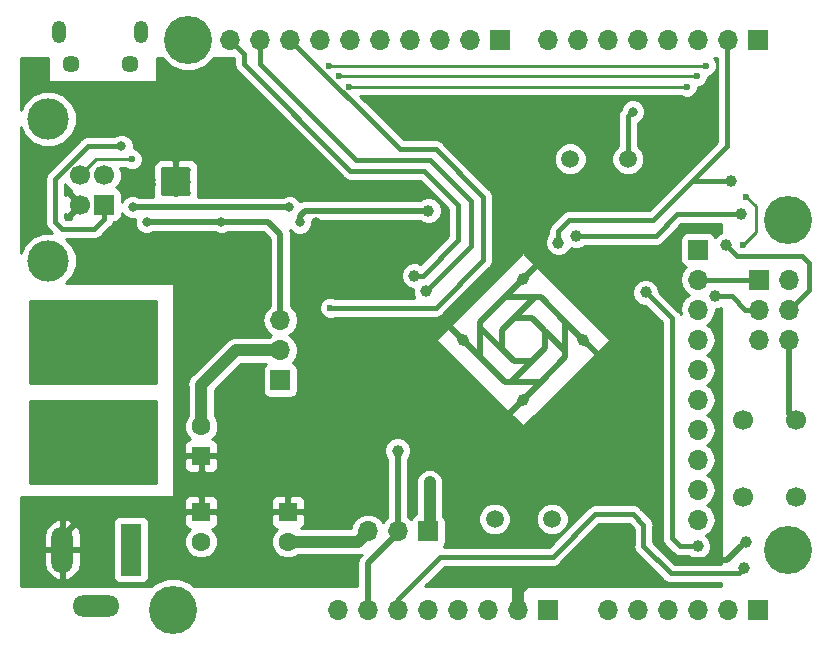
<source format=gbr>
G04 #@! TF.GenerationSoftware,KiCad,Pcbnew,(5.0.1)-3*
G04 #@! TF.CreationDate,2019-02-24T05:11:56+08:00*
G04 #@! TF.ProjectId,InuinoV3,496E75696E6F56332E6B696361645F70,rev?*
G04 #@! TF.SameCoordinates,Original*
G04 #@! TF.FileFunction,Copper,L2,Bot,Signal*
G04 #@! TF.FilePolarity,Positive*
%FSLAX46Y46*%
G04 Gerber Fmt 4.6, Leading zero omitted, Abs format (unit mm)*
G04 Created by KiCad (PCBNEW (5.0.1)-3) date 2019/2/24 上午 05:11:56*
%MOMM*%
%LPD*%
G01*
G04 APERTURE LIST*
G04 #@! TA.AperFunction,ComponentPad*
%ADD10O,1.700000X1.700000*%
G04 #@! TD*
G04 #@! TA.AperFunction,ComponentPad*
%ADD11R,1.700000X1.700000*%
G04 #@! TD*
G04 #@! TA.AperFunction,ComponentPad*
%ADD12C,1.700000*%
G04 #@! TD*
G04 #@! TA.AperFunction,ViaPad*
%ADD13C,0.500000*%
G04 #@! TD*
G04 #@! TA.AperFunction,Conductor*
%ADD14C,0.100000*%
G04 #@! TD*
G04 #@! TA.AperFunction,Conductor*
%ADD15C,2.500000*%
G04 #@! TD*
G04 #@! TA.AperFunction,ComponentPad*
%ADD16C,1.500000*%
G04 #@! TD*
G04 #@! TA.AperFunction,ComponentPad*
%ADD17C,4.064000*%
G04 #@! TD*
G04 #@! TA.AperFunction,ComponentPad*
%ADD18R,1.600000X1.600000*%
G04 #@! TD*
G04 #@! TA.AperFunction,ComponentPad*
%ADD19C,1.600000*%
G04 #@! TD*
G04 #@! TA.AperFunction,ComponentPad*
%ADD20C,1.450000*%
G04 #@! TD*
G04 #@! TA.AperFunction,ComponentPad*
%ADD21O,1.200000X1.900000*%
G04 #@! TD*
G04 #@! TA.AperFunction,ComponentPad*
%ADD22C,3.500000*%
G04 #@! TD*
G04 #@! TA.AperFunction,ComponentPad*
%ADD23O,4.000000X1.800000*%
G04 #@! TD*
G04 #@! TA.AperFunction,ComponentPad*
%ADD24O,1.800000X4.000000*%
G04 #@! TD*
G04 #@! TA.AperFunction,ComponentPad*
%ADD25R,1.800000X4.400000*%
G04 #@! TD*
G04 #@! TA.AperFunction,ViaPad*
%ADD26C,0.800000*%
G04 #@! TD*
G04 #@! TA.AperFunction,ViaPad*
%ADD27C,1.000000*%
G04 #@! TD*
G04 #@! TA.AperFunction,ViaPad*
%ADD28C,0.600000*%
G04 #@! TD*
G04 #@! TA.AperFunction,Conductor*
%ADD29C,1.016000*%
G04 #@! TD*
G04 #@! TA.AperFunction,Conductor*
%ADD30C,0.508000*%
G04 #@! TD*
G04 #@! TA.AperFunction,Conductor*
%ADD31C,0.250000*%
G04 #@! TD*
G04 #@! TA.AperFunction,Conductor*
%ADD32C,0.406400*%
G04 #@! TD*
G04 #@! TA.AperFunction,Conductor*
%ADD33C,0.254000*%
G04 #@! TD*
G04 APERTURE END LIST*
D10*
G04 #@! TO.P,J11,3*
G04 #@! TO.N,VBUS*
X134048000Y-99335000D03*
G04 #@! TO.P,J11,2*
G04 #@! TO.N,+5V*
X134048000Y-101875000D03*
D11*
G04 #@! TO.P,J11,1*
G04 #@! TO.N,VCC*
X134048000Y-104415000D03*
G04 #@! TD*
G04 #@! TO.P,J10,1*
G04 #@! TO.N,+5V*
X146558000Y-117215000D03*
D10*
G04 #@! TO.P,J10,2*
G04 #@! TO.N,VDD*
X144018000Y-117215000D03*
G04 #@! TO.P,J10,3*
G04 #@! TO.N,+3V3*
X141478000Y-117215000D03*
G04 #@! TD*
D12*
G04 #@! TO.P,SW1,1*
G04 #@! TO.N,/~RESET~*
X173228000Y-114300000D03*
G04 #@! TO.P,SW1,2*
X173228000Y-107800000D03*
G04 #@! TO.P,SW1,3*
G04 #@! TO.N,GND*
X177728000Y-114300000D03*
G04 #@! TO.P,SW1,4*
X177728000Y-107800000D03*
G04 #@! TD*
D13*
G04 #@! TO.N,GND*
G04 #@! TO.C,U2*
X124200000Y-86600000D03*
X125200000Y-86600000D03*
X126200000Y-86600000D03*
X124200000Y-87600000D03*
X125200000Y-87600000D03*
X126200000Y-87600000D03*
X124200000Y-88600000D03*
X125200000Y-88600000D03*
X126200000Y-88600000D03*
D14*
G36*
X126224504Y-86351204D02*
X126248773Y-86354804D01*
X126272571Y-86360765D01*
X126295671Y-86369030D01*
X126317849Y-86379520D01*
X126338893Y-86392133D01*
X126358598Y-86406747D01*
X126376777Y-86423223D01*
X126393253Y-86441402D01*
X126407867Y-86461107D01*
X126420480Y-86482151D01*
X126430970Y-86504329D01*
X126439235Y-86527429D01*
X126445196Y-86551227D01*
X126448796Y-86575496D01*
X126450000Y-86600000D01*
X126450000Y-88600000D01*
X126448796Y-88624504D01*
X126445196Y-88648773D01*
X126439235Y-88672571D01*
X126430970Y-88695671D01*
X126420480Y-88717849D01*
X126407867Y-88738893D01*
X126393253Y-88758598D01*
X126376777Y-88776777D01*
X126358598Y-88793253D01*
X126338893Y-88807867D01*
X126317849Y-88820480D01*
X126295671Y-88830970D01*
X126272571Y-88839235D01*
X126248773Y-88845196D01*
X126224504Y-88848796D01*
X126200000Y-88850000D01*
X124200000Y-88850000D01*
X124175496Y-88848796D01*
X124151227Y-88845196D01*
X124127429Y-88839235D01*
X124104329Y-88830970D01*
X124082151Y-88820480D01*
X124061107Y-88807867D01*
X124041402Y-88793253D01*
X124023223Y-88776777D01*
X124006747Y-88758598D01*
X123992133Y-88738893D01*
X123979520Y-88717849D01*
X123969030Y-88695671D01*
X123960765Y-88672571D01*
X123954804Y-88648773D01*
X123951204Y-88624504D01*
X123950000Y-88600000D01*
X123950000Y-86600000D01*
X123951204Y-86575496D01*
X123954804Y-86551227D01*
X123960765Y-86527429D01*
X123969030Y-86504329D01*
X123979520Y-86482151D01*
X123992133Y-86461107D01*
X124006747Y-86441402D01*
X124023223Y-86423223D01*
X124041402Y-86406747D01*
X124061107Y-86392133D01*
X124082151Y-86379520D01*
X124104329Y-86369030D01*
X124127429Y-86360765D01*
X124151227Y-86354804D01*
X124175496Y-86351204D01*
X124200000Y-86350000D01*
X126200000Y-86350000D01*
X126224504Y-86351204D01*
X126224504Y-86351204D01*
G37*
D15*
X125200000Y-87600000D03*
G04 #@! TD*
D11*
G04 #@! TO.P,J8,1*
G04 #@! TO.N,/IO16*
X169418000Y-93345000D03*
D10*
G04 #@! TO.P,J8,2*
G04 #@! TO.N,/IO17*
X169418000Y-95885000D03*
G04 #@! TO.P,J8,3*
G04 #@! TO.N,/IO18*
X169418000Y-98425000D03*
G04 #@! TO.P,J8,4*
G04 #@! TO.N,/IO19*
X169418000Y-100965000D03*
G04 #@! TO.P,J8,5*
G04 #@! TO.N,/IO20*
X169418000Y-103505000D03*
G04 #@! TO.P,J8,6*
G04 #@! TO.N,/IO21*
X169418000Y-106045000D03*
G04 #@! TO.P,J8,7*
G04 #@! TO.N,/IO22*
X169418000Y-108585000D03*
G04 #@! TO.P,J8,8*
G04 #@! TO.N,/IO23*
X169418000Y-111125000D03*
G04 #@! TO.P,J8,9*
G04 #@! TO.N,/AD7*
X169418000Y-113665000D03*
G04 #@! TO.P,J8,10*
G04 #@! TO.N,/AD6*
X169418000Y-116205000D03*
G04 #@! TD*
D16*
G04 #@! TO.P,Y1,2*
G04 #@! TO.N,Net-(C29-Pad2)*
X163478000Y-85665000D03*
G04 #@! TO.P,Y1,1*
G04 #@! TO.N,Net-(C30-Pad1)*
X158598000Y-85665000D03*
G04 #@! TD*
D17*
G04 #@! TO.P,P5,1*
G04 #@! TO.N,N/C*
X124968000Y-123825000D03*
G04 #@! TD*
G04 #@! TO.P,P6,1*
G04 #@! TO.N,N/C*
X177038000Y-118745000D03*
G04 #@! TD*
G04 #@! TO.P,P7,1*
G04 #@! TO.N,N/C*
X126238000Y-75565000D03*
G04 #@! TD*
G04 #@! TO.P,P8,1*
G04 #@! TO.N,N/C*
X177038000Y-90805000D03*
G04 #@! TD*
D18*
G04 #@! TO.P,C8,1*
G04 #@! TO.N,GND*
X127348000Y-115565000D03*
D19*
G04 #@! TO.P,C8,2*
G04 #@! TO.N,VCC*
X127348000Y-118065000D03*
G04 #@! TD*
D18*
G04 #@! TO.P,C9,1*
G04 #@! TO.N,GND*
X127358000Y-110825000D03*
D19*
G04 #@! TO.P,C9,2*
G04 #@! TO.N,+5V*
X127358000Y-108325000D03*
G04 #@! TD*
G04 #@! TO.P,C10,2*
G04 #@! TO.N,+3V3*
X134698000Y-118065000D03*
D18*
G04 #@! TO.P,C10,1*
G04 #@! TO.N,GND*
X134698000Y-115565000D03*
G04 #@! TD*
D11*
G04 #@! TO.P,J1,1*
G04 #@! TO.N,/IO17*
X174625000Y-95885000D03*
D10*
G04 #@! TO.P,J1,2*
G04 #@! TO.N,VDD*
X177165000Y-95885000D03*
G04 #@! TO.P,J1,3*
G04 #@! TO.N,/IO16*
X174625000Y-98425000D03*
G04 #@! TO.P,J1,4*
G04 #@! TO.N,/IO18*
X177165000Y-98425000D03*
G04 #@! TO.P,J1,5*
G04 #@! TO.N,/~RESET~*
X174625000Y-100965000D03*
G04 #@! TO.P,J1,6*
G04 #@! TO.N,GND*
X177165000Y-100965000D03*
G04 #@! TD*
D20*
G04 #@! TO.P,J2,6*
G04 #@! TO.N,Net-(J2-Pad6)*
X121298000Y-77665000D03*
X116298000Y-77665000D03*
D21*
X122298000Y-74965000D03*
X115298000Y-74965000D03*
G04 #@! TD*
D10*
G04 #@! TO.P,J3,10*
G04 #@! TO.N,/IO15*
X129794000Y-75565000D03*
G04 #@! TO.P,J3,9*
G04 #@! TO.N,/IO14*
X132334000Y-75565000D03*
G04 #@! TO.P,J3,8*
G04 #@! TO.N,/AREF*
X134874000Y-75565000D03*
G04 #@! TO.P,J3,7*
G04 #@! TO.N,GND*
X137414000Y-75565000D03*
G04 #@! TO.P,J3,6*
G04 #@! TO.N,/IO13*
X139954000Y-75565000D03*
G04 #@! TO.P,J3,5*
G04 #@! TO.N,/IO12*
X142494000Y-75565000D03*
G04 #@! TO.P,J3,4*
G04 #@! TO.N,/IO11*
X145034000Y-75565000D03*
G04 #@! TO.P,J3,3*
G04 #@! TO.N,/IO10*
X147574000Y-75565000D03*
G04 #@! TO.P,J3,2*
G04 #@! TO.N,/IO9*
X150114000Y-75565000D03*
D11*
G04 #@! TO.P,J3,1*
G04 #@! TO.N,/IO8*
X152654000Y-75565000D03*
G04 #@! TD*
G04 #@! TO.P,J4,1*
G04 #@! TO.N,VCC*
X156718000Y-123825000D03*
D10*
G04 #@! TO.P,J4,2*
G04 #@! TO.N,GND*
X154178000Y-123825000D03*
G04 #@! TO.P,J4,3*
X151638000Y-123825000D03*
G04 #@! TO.P,J4,4*
G04 #@! TO.N,+5V*
X149098000Y-123825000D03*
G04 #@! TO.P,J4,5*
G04 #@! TO.N,+3V3*
X146558000Y-123825000D03*
G04 #@! TO.P,J4,6*
G04 #@! TO.N,/~RESET~*
X144018000Y-123825000D03*
G04 #@! TO.P,J4,7*
G04 #@! TO.N,VDD*
X141478000Y-123825000D03*
G04 #@! TO.P,J4,8*
X138938000Y-123825000D03*
G04 #@! TD*
D11*
G04 #@! TO.P,J5,1*
G04 #@! TO.N,/V_USB*
X119126000Y-89535000D03*
D12*
G04 #@! TO.P,J5,2*
G04 #@! TO.N,/D-*
X119126000Y-87035000D03*
G04 #@! TO.P,J5,3*
G04 #@! TO.N,/D+*
X117126000Y-87035000D03*
G04 #@! TO.P,J5,4*
G04 #@! TO.N,GND*
X117126000Y-89535000D03*
D22*
G04 #@! TO.P,J5,5*
G04 #@! TO.N,Net-(J5-Pad5)*
X114416000Y-94305000D03*
X114416000Y-82265000D03*
G04 #@! TD*
D11*
G04 #@! TO.P,J6,1*
G04 #@! TO.N,/IO0*
X174498000Y-75565000D03*
D10*
G04 #@! TO.P,J6,2*
G04 #@! TO.N,/IO1*
X171958000Y-75565000D03*
G04 #@! TO.P,J6,3*
G04 #@! TO.N,/IO2*
X169418000Y-75565000D03*
G04 #@! TO.P,J6,4*
G04 #@! TO.N,/IO3*
X166878000Y-75565000D03*
G04 #@! TO.P,J6,5*
G04 #@! TO.N,/IO4*
X164338000Y-75565000D03*
G04 #@! TO.P,J6,6*
G04 #@! TO.N,/IO5*
X161798000Y-75565000D03*
G04 #@! TO.P,J6,7*
G04 #@! TO.N,/IO6*
X159258000Y-75565000D03*
G04 #@! TO.P,J6,8*
G04 #@! TO.N,/IO7*
X156718000Y-75565000D03*
G04 #@! TD*
D11*
G04 #@! TO.P,J7,1*
G04 #@! TO.N,/AD5*
X174498000Y-123825000D03*
D10*
G04 #@! TO.P,J7,2*
G04 #@! TO.N,/AD4*
X171958000Y-123825000D03*
G04 #@! TO.P,J7,3*
G04 #@! TO.N,/AD3*
X169418000Y-123825000D03*
G04 #@! TO.P,J7,4*
G04 #@! TO.N,/AD2*
X166878000Y-123825000D03*
G04 #@! TO.P,J7,5*
G04 #@! TO.N,/AD1*
X164338000Y-123825000D03*
G04 #@! TO.P,J7,6*
G04 #@! TO.N,/AD0*
X161798000Y-123825000D03*
G04 #@! TD*
D23*
G04 #@! TO.P,J9,3*
G04 #@! TO.N,N/C*
X118412000Y-123545000D03*
D24*
G04 #@! TO.P,J9,2*
G04 #@! TO.N,GND*
X115612000Y-118745000D03*
D25*
G04 #@! TO.P,J9,1*
G04 #@! TO.N,Net-(D6-Pad2)*
X121412000Y-118745000D03*
G04 #@! TD*
D16*
G04 #@! TO.P,Y2,1*
G04 #@! TO.N,Net-(Y2-Pad1)*
X152198000Y-116165000D03*
G04 #@! TO.P,Y2,2*
G04 #@! TO.N,Net-(Y2-Pad2)*
X157078000Y-116165000D03*
G04 #@! TD*
D26*
G04 #@! TO.N,GND*
X117400000Y-95800000D03*
X117400000Y-93200000D03*
D27*
G04 #@! TO.N,+5V*
X118898000Y-106665000D03*
X146698000Y-113065000D03*
X118898000Y-108165000D03*
X118898000Y-109665000D03*
X118898000Y-111165000D03*
X118898000Y-112665000D03*
D26*
G04 #@! TO.N,GND*
X117200000Y-79500000D03*
X117200000Y-80800000D03*
X117200000Y-82100000D03*
D27*
X154598000Y-95865000D03*
X159698000Y-100965000D03*
X154598000Y-106065000D03*
X165898000Y-109565000D03*
X173498000Y-118065000D03*
X149498000Y-100965000D03*
X145398000Y-91465000D03*
D26*
X137050000Y-91050000D03*
X121300000Y-94500000D03*
X117400000Y-94500000D03*
X117200000Y-83400000D03*
X126400000Y-83500000D03*
D27*
X159350014Y-114350014D03*
X162250001Y-117250001D03*
D28*
G04 #@! TO.N,/AREF*
X138298000Y-98265000D03*
D27*
G04 #@! TO.N,+3V3*
X118898000Y-104165000D03*
X118898000Y-102665000D03*
X118898000Y-101115000D03*
X118898000Y-99665000D03*
X118898000Y-98165000D03*
G04 #@! TO.N,VDD*
X146598000Y-90065000D03*
X143998000Y-110365000D03*
D26*
X135700000Y-91050000D03*
G04 #@! TO.N,VBUS*
X122750000Y-91000000D03*
X129050000Y-91000000D03*
D27*
G04 #@! TO.N,/~RESET~*
X164998000Y-96965000D03*
X169398000Y-118465000D03*
X173340790Y-120322210D03*
D26*
G04 #@! TO.N,Net-(C29-Pad2)*
X163898008Y-81665000D03*
D27*
G04 #@! TO.N,/IO0*
X159098000Y-92165000D03*
X173048000Y-90365000D03*
D26*
G04 #@! TO.N,/V_USB*
X120600000Y-84599990D03*
D27*
G04 #@! TO.N,/IO16*
X170898000Y-97265000D03*
G04 #@! TO.N,/IO18*
X171798000Y-92965000D03*
D28*
G04 #@! TO.N,/D+*
X121500000Y-85700000D03*
D27*
G04 #@! TO.N,/IO15*
X145398000Y-95565000D03*
G04 #@! TO.N,/IO14*
X146398000Y-96865000D03*
G04 #@! TO.N,/IO1*
X157598000Y-92765000D03*
X172197998Y-87565000D03*
D28*
G04 #@! TO.N,/DTR*
X173198000Y-92965000D03*
X170098000Y-77765000D03*
X138198000Y-77765000D03*
X173498006Y-88865004D03*
G04 #@! TO.N,Net-(D3-Pad1)*
X169298000Y-78665000D03*
X138998004Y-78665000D03*
D26*
G04 #@! TO.N,/CP-VDD*
X134800000Y-89750000D03*
X121550000Y-89750000D03*
D28*
G04 #@! TO.N,Net-(R4-Pad2)*
X168498000Y-79564996D03*
X139898000Y-79565000D03*
G04 #@! TD*
D29*
G04 #@! TO.N,+5V*
X127358000Y-108325000D02*
X127358000Y-104805000D01*
X130288000Y-101875000D02*
X134048000Y-101875000D01*
X127358000Y-104805000D02*
X130288000Y-101875000D01*
X146688000Y-113075000D02*
X146698000Y-113065000D01*
X146698000Y-113065000D02*
X146698000Y-113065000D01*
X146698000Y-117075000D02*
X146558000Y-117215000D01*
X146698000Y-113065000D02*
X146698000Y-117075000D01*
D30*
G04 #@! TO.N,GND*
X158198000Y-102465000D02*
X158198000Y-99465000D01*
X153098000Y-104565000D02*
X156098000Y-104565000D01*
X150998000Y-102465000D02*
X150998000Y-99465000D01*
X150998000Y-102465000D02*
X153098000Y-104565000D01*
X156098000Y-97365000D02*
X158198000Y-99465000D01*
X158198000Y-102465000D02*
X156098000Y-104565000D01*
X153098000Y-97365000D02*
X156098000Y-97365000D01*
D31*
X156098000Y-97265000D02*
X156198000Y-97265000D01*
D30*
X153098000Y-97365000D02*
X150998000Y-99465000D01*
X156448000Y-101715000D02*
X156448000Y-100215000D01*
X153848000Y-99115000D02*
X155348000Y-99115000D01*
X152788000Y-101755000D02*
X152788000Y-100175000D01*
X152788000Y-100175000D02*
X153848000Y-99115000D01*
X155348000Y-99115000D02*
X156408000Y-100175000D01*
X153848000Y-102815000D02*
X155348000Y-102815000D01*
X152788000Y-101755000D02*
X153848000Y-102815000D01*
X155388000Y-102775000D02*
X156448000Y-101715000D01*
X127348000Y-115565000D02*
X134698000Y-115565000D01*
X115612000Y-117645000D02*
X115612000Y-118745000D01*
X117692000Y-115565000D02*
X115612000Y-117645000D01*
X127348000Y-115565000D02*
X117692000Y-115565000D01*
X177165000Y-107237000D02*
X177728000Y-107800000D01*
X177165000Y-100965000D02*
X177165000Y-107237000D01*
X172998001Y-118564999D02*
X173498000Y-118065000D01*
X171898000Y-119665000D02*
X172998001Y-118564999D01*
X167598000Y-119665000D02*
X171898000Y-119665000D01*
X165898000Y-117965000D02*
X167598000Y-119665000D01*
X165898000Y-111865000D02*
X165898000Y-112765000D01*
X165898000Y-111865000D02*
X165898000Y-117965000D01*
X165898000Y-109565000D02*
X165898000Y-111865000D01*
X165898000Y-112765000D02*
X164198000Y-114465000D01*
X149498000Y-100965000D02*
X150998000Y-102465000D01*
X154598000Y-106065000D02*
X156098000Y-104565000D01*
X159698000Y-100965000D02*
X158198000Y-99465000D01*
X154598000Y-95865000D02*
X153098000Y-97365000D01*
X153598000Y-104565000D02*
X155348000Y-102815000D01*
X153098000Y-104565000D02*
X153598000Y-104565000D01*
X158198000Y-101965000D02*
X156448000Y-100215000D01*
X158198000Y-102465000D02*
X158198000Y-101965000D01*
X155598000Y-97365000D02*
X153848000Y-99115000D01*
X156098000Y-97365000D02*
X155598000Y-97365000D01*
X150998000Y-99965000D02*
X152788000Y-101755000D01*
X150998000Y-99465000D02*
X150998000Y-99965000D01*
X141473216Y-108389784D02*
X150522784Y-108389784D01*
X127358000Y-110825000D02*
X139038000Y-110825000D01*
X139038000Y-110825000D02*
X141473216Y-108389784D01*
X148033000Y-99500000D02*
X148000000Y-99500000D01*
X154598000Y-95865000D02*
X156163000Y-94300000D01*
X154598000Y-106065000D02*
X152963000Y-107700000D01*
X159698000Y-100965000D02*
X161433000Y-102700000D01*
X149498000Y-100965000D02*
X148033000Y-99500000D01*
X152273216Y-108389784D02*
X152963000Y-107700000D01*
X150522784Y-108389784D02*
X152273216Y-108389784D01*
X145398000Y-91465000D02*
X137465000Y-91465000D01*
X137465000Y-91465000D02*
X137449999Y-91449999D01*
X137449999Y-91449999D02*
X137050000Y-91050000D01*
X125200000Y-84700000D02*
X125200000Y-87600000D01*
X126400000Y-83500000D02*
X125200000Y-84700000D01*
X121300000Y-94500000D02*
X117400000Y-94500000D01*
X126300000Y-83400000D02*
X117100000Y-83400000D01*
X126400000Y-83500000D02*
X126300000Y-83400000D01*
X154178000Y-123825000D02*
X154178000Y-123272000D01*
X150522784Y-108389784D02*
X153389784Y-108389784D01*
X153389784Y-108389784D02*
X157300000Y-112300000D01*
X157300000Y-112300000D02*
X159350014Y-114350014D01*
D29*
X158600002Y-120900000D02*
X162250001Y-117250001D01*
X155450000Y-120900000D02*
X158600002Y-120900000D01*
X154178000Y-123825000D02*
X154178000Y-122172000D01*
X154178000Y-122172000D02*
X155450000Y-120900000D01*
D32*
G04 #@! TO.N,/AREF*
X138622252Y-98265000D02*
X138197988Y-98265000D01*
X151198000Y-88865000D02*
X151198000Y-94265000D01*
X147198000Y-98265000D02*
X138622252Y-98265000D01*
X147198000Y-84865000D02*
X151198000Y-88865000D01*
X151198000Y-94265000D02*
X147198000Y-98265000D01*
X144174000Y-84865000D02*
X147198000Y-84865000D01*
X134874000Y-75565000D02*
X144174000Y-84865000D01*
D29*
G04 #@! TO.N,+3V3*
X140628000Y-118065000D02*
X141478000Y-117215000D01*
X134698000Y-118065000D02*
X140628000Y-118065000D01*
D30*
G04 #@! TO.N,VDD*
X141478000Y-119885000D02*
X144148000Y-117215000D01*
X141478000Y-123825000D02*
X141478000Y-119885000D01*
X143998000Y-116965000D02*
X143998000Y-110365000D01*
X144148000Y-117215000D02*
X144198000Y-117165000D01*
X144198000Y-117165000D02*
X143998000Y-116965000D01*
X135700000Y-90500000D02*
X135700000Y-91050000D01*
X146598000Y-90065000D02*
X136135000Y-90065000D01*
X136135000Y-90065000D02*
X135700000Y-90500000D01*
G04 #@! TO.N,VBUS*
X123315685Y-91000000D02*
X129050000Y-91000000D01*
X122750000Y-91000000D02*
X123315685Y-91000000D01*
X134048000Y-92048000D02*
X134048000Y-99335000D01*
X129050000Y-91000000D02*
X133000000Y-91000000D01*
X133000000Y-91000000D02*
X134048000Y-92048000D01*
D32*
G04 #@! TO.N,/~RESET~*
X169198000Y-118465000D02*
X169198000Y-118465000D01*
X167898000Y-118465000D02*
X169198000Y-118465000D01*
X167198000Y-117765000D02*
X167898000Y-118465000D01*
X164998000Y-96965000D02*
X167198000Y-99165000D01*
X167198000Y-99165000D02*
X167198000Y-117765000D01*
X172898000Y-120765000D02*
X173340790Y-120322210D01*
X164798000Y-118465000D02*
X167098000Y-120765000D01*
X144018000Y-122945000D02*
X147613000Y-119350000D01*
X144018000Y-123825000D02*
X144018000Y-122945000D01*
X164798000Y-116665000D02*
X164798000Y-118465000D01*
X147613000Y-119350000D02*
X157113000Y-119350000D01*
X157113000Y-119350000D02*
X160698000Y-115765000D01*
X160698000Y-115765000D02*
X163898000Y-115765000D01*
X167098000Y-120765000D02*
X172898000Y-120765000D01*
X163898000Y-115765000D02*
X164798000Y-116665000D01*
G04 #@! TO.N,Net-(C29-Pad2)*
X163478000Y-85665000D02*
X163478000Y-82085008D01*
X163478000Y-82085008D02*
X163498009Y-82064999D01*
X163498009Y-82064999D02*
X163898008Y-81665000D01*
G04 #@! TO.N,/IO0*
X159098000Y-92165000D02*
X165848000Y-92165000D01*
X165848000Y-92165000D02*
X167648000Y-90365000D01*
X167648000Y-90365000D02*
X173048000Y-90365000D01*
G04 #@! TO.N,/V_USB*
X117734325Y-84599990D02*
X120034315Y-84599990D01*
X115000000Y-87334315D02*
X117734325Y-84599990D01*
X120034315Y-84599990D02*
X120600000Y-84599990D01*
X115000000Y-91000000D02*
X115000000Y-87334315D01*
X115600000Y-91600000D02*
X115000000Y-91000000D01*
X119126000Y-90791400D02*
X118317400Y-91600000D01*
X119126000Y-89535000D02*
X119126000Y-90791400D01*
X118317400Y-91600000D02*
X115600000Y-91600000D01*
G04 #@! TO.N,/IO17*
X169418000Y-95885000D02*
X174625000Y-95885000D01*
G04 #@! TO.N,/IO16*
X172262919Y-97265000D02*
X170898000Y-97265000D01*
X174625000Y-98425000D02*
X173422919Y-98425000D01*
X173422919Y-98425000D02*
X172262919Y-97265000D01*
G04 #@! TO.N,/IO18*
X172297999Y-93464999D02*
X171798000Y-92965000D01*
X172748002Y-93915000D02*
X172297999Y-93464999D01*
X178215000Y-93915000D02*
X172748002Y-93915000D01*
X178800000Y-94500000D02*
X178215000Y-93915000D01*
X177165000Y-98425000D02*
X178800000Y-96790000D01*
X178800000Y-96790000D02*
X178800000Y-94500000D01*
D31*
G04 #@! TO.N,/D+*
X117126000Y-87035000D02*
X117126000Y-86737000D01*
X121075736Y-85700000D02*
X121500000Y-85700000D01*
X118461000Y-85700000D02*
X121075736Y-85700000D01*
X117126000Y-87035000D02*
X118461000Y-85700000D01*
D32*
G04 #@! TO.N,/IO15*
X146098000Y-95565000D02*
X145398000Y-95565000D01*
X130998000Y-77665000D02*
X139998000Y-86665000D01*
X129794000Y-75565000D02*
X129798000Y-75565000D01*
X130998000Y-76765000D02*
X130998000Y-77665000D01*
X149098000Y-92565000D02*
X146098000Y-95565000D01*
X149098000Y-89565000D02*
X149098000Y-92565000D01*
X146198000Y-86665000D02*
X149098000Y-89565000D01*
X129798000Y-75565000D02*
X130998000Y-76765000D01*
X139998000Y-86665000D02*
X146198000Y-86665000D01*
G04 #@! TO.N,/IO14*
X132334000Y-77601000D02*
X132334000Y-75565000D01*
X140498000Y-85765000D02*
X132334000Y-77601000D01*
X146698000Y-85765000D02*
X140498000Y-85765000D01*
X150198000Y-89265000D02*
X146698000Y-85765000D01*
X146398000Y-96865000D02*
X150198000Y-93065000D01*
X150198000Y-93065000D02*
X150198000Y-89265000D01*
G04 #@! TO.N,/IO1*
X165598000Y-90865000D02*
X168948000Y-87515000D01*
X158498000Y-90865000D02*
X165598000Y-90865000D01*
X157598000Y-92765000D02*
X157598000Y-91765000D01*
X157598000Y-91765000D02*
X158498000Y-90865000D01*
X171898000Y-75625000D02*
X171958000Y-75565000D01*
X168948000Y-87515000D02*
X171898000Y-84565000D01*
X171898000Y-84565000D02*
X171898000Y-75625000D01*
X168948000Y-87515000D02*
X168998000Y-87565000D01*
X171490892Y-87565000D02*
X172197998Y-87565000D01*
X168998000Y-87565000D02*
X171490892Y-87565000D01*
D31*
G04 #@! TO.N,/DTR*
X170098000Y-77765000D02*
X138198000Y-77765000D01*
X173198000Y-92965000D02*
X174298000Y-91865000D01*
X174298000Y-89664998D02*
X173498006Y-88865004D01*
X174298000Y-91865000D02*
X174298000Y-89664998D01*
G04 #@! TO.N,Net-(D3-Pad1)*
X169298000Y-78665000D02*
X138998004Y-78665000D01*
D30*
G04 #@! TO.N,/CP-VDD*
X134800000Y-89750000D02*
X134800000Y-89850000D01*
X134800000Y-89750000D02*
X121550000Y-89750000D01*
D31*
G04 #@! TO.N,Net-(R4-Pad2)*
X139898004Y-79564996D02*
X139898000Y-79565000D01*
X168498000Y-79564996D02*
X139898004Y-79564996D01*
G04 #@! TD*
D33*
G04 #@! TO.N,+5V*
G36*
X123571000Y-113138000D02*
X112825000Y-113138000D01*
X112825000Y-106192000D01*
X123571000Y-106192000D01*
X123571000Y-113138000D01*
X123571000Y-113138000D01*
G37*
X123571000Y-113138000D02*
X112825000Y-113138000D01*
X112825000Y-106192000D01*
X123571000Y-106192000D01*
X123571000Y-113138000D01*
G04 #@! TO.N,+3V3*
G36*
X123571000Y-104638000D02*
X112825000Y-104638000D01*
X112825000Y-97692000D01*
X123571000Y-97692000D01*
X123571000Y-104638000D01*
X123571000Y-104638000D01*
G37*
X123571000Y-104638000D02*
X112825000Y-104638000D01*
X112825000Y-97692000D01*
X123571000Y-97692000D01*
X123571000Y-104638000D01*
G04 #@! TO.N,GND*
G36*
X163959800Y-117012194D02*
X163959801Y-118382446D01*
X163943380Y-118465000D01*
X164008434Y-118792049D01*
X164146929Y-118999322D01*
X164146931Y-118999324D01*
X164193693Y-119069308D01*
X164263677Y-119116070D01*
X166446930Y-121299324D01*
X166493692Y-121369308D01*
X166563676Y-121416070D01*
X166563677Y-121416071D01*
X166677245Y-121491955D01*
X166770951Y-121554567D01*
X167015446Y-121603200D01*
X167015450Y-121603200D01*
X167097999Y-121619620D01*
X167180548Y-121603200D01*
X171373000Y-121603200D01*
X171373000Y-121873000D01*
X146275394Y-121873000D01*
X147960194Y-120188200D01*
X157030451Y-120188200D01*
X157113000Y-120204620D01*
X157195549Y-120188200D01*
X157195554Y-120188200D01*
X157440049Y-120139567D01*
X157717308Y-119954308D01*
X157764072Y-119884321D01*
X161045194Y-116603200D01*
X163550807Y-116603200D01*
X163959800Y-117012194D01*
X163959800Y-117012194D01*
G37*
X163959800Y-117012194D02*
X163959801Y-118382446D01*
X163943380Y-118465000D01*
X164008434Y-118792049D01*
X164146929Y-118999322D01*
X164146931Y-118999324D01*
X164193693Y-119069308D01*
X164263677Y-119116070D01*
X166446930Y-121299324D01*
X166493692Y-121369308D01*
X166563676Y-121416070D01*
X166563677Y-121416071D01*
X166677245Y-121491955D01*
X166770951Y-121554567D01*
X167015446Y-121603200D01*
X167015450Y-121603200D01*
X167097999Y-121619620D01*
X167180548Y-121603200D01*
X171373000Y-121603200D01*
X171373000Y-121873000D01*
X146275394Y-121873000D01*
X147960194Y-120188200D01*
X157030451Y-120188200D01*
X157113000Y-120204620D01*
X157195549Y-120188200D01*
X157195554Y-120188200D01*
X157440049Y-120139567D01*
X157717308Y-119954308D01*
X157764072Y-119884321D01*
X161045194Y-116603200D01*
X163550807Y-116603200D01*
X163959800Y-117012194D01*
G36*
X114373000Y-79000000D02*
X114382667Y-79048601D01*
X114410197Y-79089803D01*
X114451399Y-79117333D01*
X114500000Y-79127000D01*
X123500000Y-79127000D01*
X123548601Y-79117333D01*
X123589803Y-79089803D01*
X123617333Y-79048601D01*
X123627000Y-79000000D01*
X123627000Y-77127000D01*
X124028292Y-77127000D01*
X124727266Y-77825974D01*
X125707501Y-78232000D01*
X126768499Y-78232000D01*
X127748734Y-77825974D01*
X128447708Y-77127000D01*
X130159800Y-77127000D01*
X130159801Y-77582447D01*
X130143380Y-77665000D01*
X130208434Y-77992049D01*
X130346929Y-78199322D01*
X130346931Y-78199324D01*
X130393693Y-78269308D01*
X130463677Y-78316070D01*
X139346930Y-87199324D01*
X139393692Y-87269308D01*
X139463676Y-87316070D01*
X139463677Y-87316071D01*
X139494615Y-87336743D01*
X139670951Y-87454567D01*
X139915446Y-87503200D01*
X139915450Y-87503200D01*
X139997999Y-87519620D01*
X140080548Y-87503200D01*
X145850807Y-87503200D01*
X148259800Y-89912194D01*
X148259801Y-92217805D01*
X145923467Y-94554140D01*
X145623766Y-94430000D01*
X145172234Y-94430000D01*
X144755074Y-94602793D01*
X144435793Y-94922074D01*
X144263000Y-95339234D01*
X144263000Y-95790766D01*
X144435793Y-96207926D01*
X144755074Y-96527207D01*
X145172234Y-96700000D01*
X145263000Y-96700000D01*
X145263000Y-97090766D01*
X145402190Y-97426800D01*
X138717679Y-97426800D01*
X138483983Y-97330000D01*
X138112017Y-97330000D01*
X137768365Y-97472345D01*
X137505345Y-97735365D01*
X137442651Y-97886723D01*
X137408421Y-97937951D01*
X137396401Y-97998380D01*
X137363000Y-98079017D01*
X137363000Y-98166298D01*
X137343367Y-98265000D01*
X137363000Y-98363702D01*
X137363000Y-98450983D01*
X137396401Y-98531620D01*
X137408421Y-98592049D01*
X137442651Y-98643277D01*
X137505345Y-98794635D01*
X137768365Y-99057655D01*
X138112017Y-99200000D01*
X138483983Y-99200000D01*
X138717679Y-99103200D01*
X147115451Y-99103200D01*
X147198000Y-99119620D01*
X147280549Y-99103200D01*
X147280554Y-99103200D01*
X147525049Y-99054567D01*
X147802308Y-98869308D01*
X147849072Y-98799321D01*
X151732324Y-94916070D01*
X151802308Y-94869308D01*
X151865034Y-94775433D01*
X151987566Y-94592050D01*
X151987567Y-94592049D01*
X152036200Y-94347554D01*
X152036200Y-94347550D01*
X152052620Y-94265001D01*
X152036200Y-94182452D01*
X152036200Y-88947548D01*
X152052620Y-88864999D01*
X152036200Y-88782450D01*
X152036200Y-88782446D01*
X151987567Y-88537951D01*
X151897529Y-88403200D01*
X151849071Y-88330677D01*
X151849070Y-88330676D01*
X151802308Y-88260692D01*
X151732325Y-88213931D01*
X148907900Y-85389506D01*
X157213000Y-85389506D01*
X157213000Y-85940494D01*
X157423853Y-86449540D01*
X157813460Y-86839147D01*
X158322506Y-87050000D01*
X158873494Y-87050000D01*
X159382540Y-86839147D01*
X159772147Y-86449540D01*
X159983000Y-85940494D01*
X159983000Y-85389506D01*
X162093000Y-85389506D01*
X162093000Y-85940494D01*
X162303853Y-86449540D01*
X162693460Y-86839147D01*
X163202506Y-87050000D01*
X163753494Y-87050000D01*
X164262540Y-86839147D01*
X164652147Y-86449540D01*
X164863000Y-85940494D01*
X164863000Y-85389506D01*
X164652147Y-84880460D01*
X164316200Y-84544513D01*
X164316200Y-82612055D01*
X164484288Y-82542431D01*
X164775439Y-82251280D01*
X164933008Y-81870874D01*
X164933008Y-81459126D01*
X164775439Y-81078720D01*
X164484288Y-80787569D01*
X164103882Y-80630000D01*
X163692134Y-80630000D01*
X163311728Y-80787569D01*
X163020577Y-81078720D01*
X162863008Y-81459126D01*
X162863008Y-81496691D01*
X162826931Y-81550684D01*
X162826929Y-81550686D01*
X162688434Y-81757959D01*
X162623380Y-82085008D01*
X162639801Y-82167562D01*
X162639800Y-84544513D01*
X162303853Y-84880460D01*
X162093000Y-85389506D01*
X159983000Y-85389506D01*
X159772147Y-84880460D01*
X159382540Y-84490853D01*
X158873494Y-84280000D01*
X158322506Y-84280000D01*
X157813460Y-84490853D01*
X157423853Y-84880460D01*
X157213000Y-85389506D01*
X148907900Y-85389506D01*
X147849072Y-84330679D01*
X147802308Y-84260692D01*
X147525049Y-84075433D01*
X147280554Y-84026800D01*
X147280549Y-84026800D01*
X147198000Y-84010380D01*
X147115451Y-84026800D01*
X144521194Y-84026800D01*
X140819390Y-80324996D01*
X167935710Y-80324996D01*
X167968365Y-80357651D01*
X168312017Y-80499996D01*
X168683983Y-80499996D01*
X169027635Y-80357651D01*
X169290655Y-80094631D01*
X169433000Y-79750979D01*
X169433000Y-79600000D01*
X169483983Y-79600000D01*
X169827635Y-79457655D01*
X170090655Y-79194635D01*
X170233000Y-78850983D01*
X170233000Y-78700000D01*
X170283983Y-78700000D01*
X170627635Y-78557655D01*
X170890655Y-78294635D01*
X171033000Y-77950983D01*
X171033000Y-77579017D01*
X170890655Y-77235365D01*
X170782290Y-77127000D01*
X171059801Y-77127000D01*
X171059800Y-84217806D01*
X168413680Y-86863927D01*
X168413677Y-86863929D01*
X168413675Y-86863931D01*
X168343692Y-86910692D01*
X168296931Y-86980675D01*
X165250807Y-90026800D01*
X158580548Y-90026800D01*
X158497999Y-90010380D01*
X158415450Y-90026800D01*
X158415446Y-90026800D01*
X158170951Y-90075433D01*
X158104821Y-90119620D01*
X157963677Y-90213929D01*
X157963676Y-90213930D01*
X157893692Y-90260692D01*
X157846930Y-90330676D01*
X157063676Y-91113930D01*
X156993693Y-91160692D01*
X156946931Y-91230676D01*
X156946929Y-91230678D01*
X156808434Y-91437951D01*
X156743380Y-91765000D01*
X156759801Y-91847553D01*
X156759801Y-91998066D01*
X156635793Y-92122074D01*
X156463000Y-92539234D01*
X156463000Y-92990766D01*
X156635793Y-93407926D01*
X156955074Y-93727207D01*
X157372234Y-93900000D01*
X157823766Y-93900000D01*
X158240926Y-93727207D01*
X158560207Y-93407926D01*
X158644060Y-93205487D01*
X158872234Y-93300000D01*
X159323766Y-93300000D01*
X159740926Y-93127207D01*
X159864933Y-93003200D01*
X165765451Y-93003200D01*
X165848000Y-93019620D01*
X165930549Y-93003200D01*
X165930554Y-93003200D01*
X166175049Y-92954567D01*
X166452308Y-92769308D01*
X166499072Y-92699321D01*
X167995194Y-91203200D01*
X171373000Y-91203200D01*
X171373000Y-91912525D01*
X171155074Y-92002793D01*
X170873536Y-92284331D01*
X170866157Y-92247235D01*
X170725809Y-92037191D01*
X170515765Y-91896843D01*
X170268000Y-91847560D01*
X168568000Y-91847560D01*
X168320235Y-91896843D01*
X168110191Y-92037191D01*
X167969843Y-92247235D01*
X167920560Y-92495000D01*
X167920560Y-94195000D01*
X167969843Y-94442765D01*
X168110191Y-94652809D01*
X168320235Y-94793157D01*
X168365619Y-94802184D01*
X168347375Y-94814375D01*
X168019161Y-95305582D01*
X167903908Y-95885000D01*
X168019161Y-96464418D01*
X168347375Y-96955625D01*
X168645761Y-97155000D01*
X168347375Y-97354375D01*
X168019161Y-97845582D01*
X167903908Y-98425000D01*
X167985405Y-98834716D01*
X167802308Y-98560692D01*
X167732325Y-98513931D01*
X166133000Y-96914607D01*
X166133000Y-96739234D01*
X165960207Y-96322074D01*
X165640926Y-96002793D01*
X165223766Y-95830000D01*
X164772234Y-95830000D01*
X164355074Y-96002793D01*
X164035793Y-96322074D01*
X163863000Y-96739234D01*
X163863000Y-97190766D01*
X164035793Y-97607926D01*
X164355074Y-97927207D01*
X164772234Y-98100000D01*
X164947607Y-98100000D01*
X166359800Y-99512194D01*
X166359801Y-117682446D01*
X166343380Y-117765000D01*
X166408434Y-118092049D01*
X166546929Y-118299322D01*
X166546931Y-118299324D01*
X166593693Y-118369308D01*
X166663676Y-118416070D01*
X167246930Y-118999324D01*
X167293692Y-119069308D01*
X167363676Y-119116070D01*
X167363677Y-119116071D01*
X167402007Y-119141682D01*
X167570951Y-119254567D01*
X167815446Y-119303200D01*
X167815450Y-119303200D01*
X167897999Y-119319620D01*
X167980548Y-119303200D01*
X168631067Y-119303200D01*
X168755074Y-119427207D01*
X169172234Y-119600000D01*
X169623766Y-119600000D01*
X170040926Y-119427207D01*
X170360207Y-119107926D01*
X170533000Y-118690766D01*
X170533000Y-118239234D01*
X170360207Y-117822074D01*
X170084072Y-117545939D01*
X170488625Y-117275625D01*
X170816839Y-116784418D01*
X170932092Y-116205000D01*
X170816839Y-115625582D01*
X170488625Y-115134375D01*
X170190239Y-114935000D01*
X170488625Y-114735625D01*
X170816839Y-114244418D01*
X170932092Y-113665000D01*
X170816839Y-113085582D01*
X170488625Y-112594375D01*
X170190239Y-112395000D01*
X170488625Y-112195625D01*
X170816839Y-111704418D01*
X170932092Y-111125000D01*
X170816839Y-110545582D01*
X170488625Y-110054375D01*
X170190239Y-109855000D01*
X170488625Y-109655625D01*
X170816839Y-109164418D01*
X170932092Y-108585000D01*
X170816839Y-108005582D01*
X170488625Y-107514375D01*
X170190239Y-107315000D01*
X170488625Y-107115625D01*
X170816839Y-106624418D01*
X170932092Y-106045000D01*
X170816839Y-105465582D01*
X170488625Y-104974375D01*
X170190239Y-104775000D01*
X170488625Y-104575625D01*
X170816839Y-104084418D01*
X170932092Y-103505000D01*
X170816839Y-102925582D01*
X170488625Y-102434375D01*
X170190239Y-102235000D01*
X170488625Y-102035625D01*
X170816839Y-101544418D01*
X170932092Y-100965000D01*
X170816839Y-100385582D01*
X170488625Y-99894375D01*
X170190239Y-99695000D01*
X170488625Y-99495625D01*
X170816839Y-99004418D01*
X170932092Y-98425000D01*
X170927119Y-98400000D01*
X171123766Y-98400000D01*
X171373000Y-98296764D01*
X171373000Y-119926800D01*
X167445194Y-119926800D01*
X165636200Y-118117807D01*
X165636200Y-116747548D01*
X165652620Y-116664999D01*
X165636200Y-116582450D01*
X165636200Y-116582446D01*
X165587567Y-116337951D01*
X165464631Y-116153964D01*
X165449071Y-116130677D01*
X165449070Y-116130676D01*
X165402308Y-116060692D01*
X165332324Y-116013930D01*
X164549072Y-115230678D01*
X164502308Y-115160692D01*
X164225049Y-114975433D01*
X163980554Y-114926800D01*
X163980549Y-114926800D01*
X163898000Y-114910380D01*
X163815451Y-114926800D01*
X160780550Y-114926800D01*
X160698000Y-114910380D01*
X160615449Y-114926800D01*
X160615446Y-114926800D01*
X160425907Y-114964502D01*
X160370950Y-114975433D01*
X160163677Y-115113929D01*
X160163676Y-115113930D01*
X160093692Y-115160692D01*
X160046930Y-115230676D01*
X156765807Y-118511800D01*
X147873165Y-118511800D01*
X148006157Y-118312765D01*
X148055440Y-118065000D01*
X148055440Y-116365000D01*
X148006157Y-116117235D01*
X147865809Y-115907191D01*
X147841000Y-115890614D01*
X147841000Y-115889506D01*
X150813000Y-115889506D01*
X150813000Y-116440494D01*
X151023853Y-116949540D01*
X151413460Y-117339147D01*
X151922506Y-117550000D01*
X152473494Y-117550000D01*
X152982540Y-117339147D01*
X153372147Y-116949540D01*
X153583000Y-116440494D01*
X153583000Y-115889506D01*
X155693000Y-115889506D01*
X155693000Y-116440494D01*
X155903853Y-116949540D01*
X156293460Y-117339147D01*
X156802506Y-117550000D01*
X157353494Y-117550000D01*
X157862540Y-117339147D01*
X158252147Y-116949540D01*
X158463000Y-116440494D01*
X158463000Y-115889506D01*
X158252147Y-115380460D01*
X157862540Y-114990853D01*
X157353494Y-114780000D01*
X156802506Y-114780000D01*
X156293460Y-114990853D01*
X155903853Y-115380460D01*
X155693000Y-115889506D01*
X153583000Y-115889506D01*
X153372147Y-115380460D01*
X152982540Y-114990853D01*
X152473494Y-114780000D01*
X151922506Y-114780000D01*
X151413460Y-114990853D01*
X151023853Y-115380460D01*
X150813000Y-115889506D01*
X147841000Y-115889506D01*
X147841000Y-113177572D01*
X147863392Y-113065000D01*
X147833000Y-112912209D01*
X147833000Y-112839234D01*
X147805074Y-112771814D01*
X147774682Y-112619024D01*
X147688134Y-112489495D01*
X147660207Y-112422074D01*
X147608606Y-112370473D01*
X147522057Y-112240943D01*
X147392527Y-112154394D01*
X147340926Y-112102793D01*
X147273505Y-112074866D01*
X147143976Y-111988318D01*
X146991186Y-111957926D01*
X146923766Y-111930000D01*
X146850791Y-111930000D01*
X146810572Y-111922000D01*
X146698000Y-111899608D01*
X146697999Y-111899608D01*
X146624007Y-111914326D01*
X146585428Y-111922000D01*
X146545209Y-111930000D01*
X146472234Y-111930000D01*
X146404814Y-111957926D01*
X146252024Y-111988318D01*
X146122495Y-112074866D01*
X146055074Y-112102793D01*
X146003473Y-112154394D01*
X145873943Y-112240943D01*
X145810173Y-112336382D01*
X145800177Y-112346378D01*
X145777398Y-112380469D01*
X145735793Y-112422074D01*
X145713276Y-112476434D01*
X145611319Y-112629024D01*
X145575515Y-112809019D01*
X145563000Y-112839234D01*
X145563000Y-112871938D01*
X145522608Y-113075000D01*
X145555000Y-113237844D01*
X145555001Y-115747993D01*
X145460235Y-115766843D01*
X145250191Y-115907191D01*
X145109843Y-116117235D01*
X145100816Y-116162619D01*
X145088625Y-116144375D01*
X144887000Y-116009653D01*
X144887000Y-111081133D01*
X144960207Y-111007926D01*
X145133000Y-110590766D01*
X145133000Y-110139234D01*
X144960207Y-109722074D01*
X144640926Y-109402793D01*
X144223766Y-109230000D01*
X143772234Y-109230000D01*
X143355074Y-109402793D01*
X143035793Y-109722074D01*
X142863000Y-110139234D01*
X142863000Y-110590766D01*
X143035793Y-111007926D01*
X143109001Y-111081134D01*
X143109000Y-116036381D01*
X142947375Y-116144375D01*
X142748000Y-116442761D01*
X142548625Y-116144375D01*
X142057418Y-115816161D01*
X141624256Y-115730000D01*
X141331744Y-115730000D01*
X140898582Y-115816161D01*
X140407375Y-116144375D01*
X140079161Y-116635582D01*
X140022189Y-116922000D01*
X135812618Y-116922000D01*
X135857699Y-116903327D01*
X136036327Y-116724698D01*
X136133000Y-116491309D01*
X136133000Y-115850750D01*
X135974250Y-115692000D01*
X134825000Y-115692000D01*
X134825000Y-115712000D01*
X134571000Y-115712000D01*
X134571000Y-115692000D01*
X133421750Y-115692000D01*
X133263000Y-115850750D01*
X133263000Y-116491309D01*
X133359673Y-116724698D01*
X133538301Y-116903327D01*
X133744759Y-116988845D01*
X133481466Y-117252138D01*
X133263000Y-117779561D01*
X133263000Y-118350439D01*
X133481466Y-118877862D01*
X133885138Y-119281534D01*
X134412561Y-119500000D01*
X134983439Y-119500000D01*
X135510862Y-119281534D01*
X135584396Y-119208000D01*
X140515429Y-119208000D01*
X140628000Y-119230392D01*
X140740571Y-119208000D01*
X140740572Y-119208000D01*
X140936796Y-119168969D01*
X140911294Y-119194471D01*
X140837068Y-119244067D01*
X140787472Y-119318293D01*
X140787471Y-119318294D01*
X140640582Y-119538130D01*
X140571584Y-119885000D01*
X140589001Y-119972559D01*
X140589001Y-121873000D01*
X126787708Y-121873000D01*
X126478734Y-121564026D01*
X125498499Y-121158000D01*
X124437501Y-121158000D01*
X123457266Y-121564026D01*
X123148292Y-121873000D01*
X112127000Y-121873000D01*
X112127000Y-118872000D01*
X114077000Y-118872000D01*
X114077000Y-119972000D01*
X114242446Y-120549752D01*
X114616394Y-121020212D01*
X115141914Y-121311756D01*
X115247260Y-121336036D01*
X115485000Y-121215378D01*
X115485000Y-118872000D01*
X115739000Y-118872000D01*
X115739000Y-121215378D01*
X115976740Y-121336036D01*
X116082086Y-121311756D01*
X116607606Y-121020212D01*
X116981554Y-120549752D01*
X117147000Y-119972000D01*
X117147000Y-118872000D01*
X115739000Y-118872000D01*
X115485000Y-118872000D01*
X114077000Y-118872000D01*
X112127000Y-118872000D01*
X112127000Y-117518000D01*
X114077000Y-117518000D01*
X114077000Y-118618000D01*
X115485000Y-118618000D01*
X115485000Y-116274622D01*
X115739000Y-116274622D01*
X115739000Y-118618000D01*
X117147000Y-118618000D01*
X117147000Y-117518000D01*
X116981554Y-116940248D01*
X116667389Y-116545000D01*
X119864560Y-116545000D01*
X119864560Y-120945000D01*
X119913843Y-121192765D01*
X120054191Y-121402809D01*
X120264235Y-121543157D01*
X120512000Y-121592440D01*
X122312000Y-121592440D01*
X122559765Y-121543157D01*
X122769809Y-121402809D01*
X122910157Y-121192765D01*
X122959440Y-120945000D01*
X122959440Y-116545000D01*
X122910157Y-116297235D01*
X122769809Y-116087191D01*
X122559765Y-115946843D01*
X122312000Y-115897560D01*
X120512000Y-115897560D01*
X120264235Y-115946843D01*
X120054191Y-116087191D01*
X119913843Y-116297235D01*
X119864560Y-116545000D01*
X116667389Y-116545000D01*
X116607606Y-116469788D01*
X116082086Y-116178244D01*
X115976740Y-116153964D01*
X115739000Y-116274622D01*
X115485000Y-116274622D01*
X115247260Y-116153964D01*
X115141914Y-116178244D01*
X114616394Y-116469788D01*
X114242446Y-116940248D01*
X114077000Y-117518000D01*
X112127000Y-117518000D01*
X112127000Y-115850750D01*
X125913000Y-115850750D01*
X125913000Y-116491309D01*
X126009673Y-116724698D01*
X126188301Y-116903327D01*
X126394759Y-116988845D01*
X126131466Y-117252138D01*
X125913000Y-117779561D01*
X125913000Y-118350439D01*
X126131466Y-118877862D01*
X126535138Y-119281534D01*
X127062561Y-119500000D01*
X127633439Y-119500000D01*
X128160862Y-119281534D01*
X128564534Y-118877862D01*
X128783000Y-118350439D01*
X128783000Y-117779561D01*
X128564534Y-117252138D01*
X128301241Y-116988845D01*
X128507699Y-116903327D01*
X128686327Y-116724698D01*
X128783000Y-116491309D01*
X128783000Y-115850750D01*
X128624250Y-115692000D01*
X127475000Y-115692000D01*
X127475000Y-115712000D01*
X127221000Y-115712000D01*
X127221000Y-115692000D01*
X126071750Y-115692000D01*
X125913000Y-115850750D01*
X112127000Y-115850750D01*
X112127000Y-114638691D01*
X125913000Y-114638691D01*
X125913000Y-115279250D01*
X126071750Y-115438000D01*
X127221000Y-115438000D01*
X127221000Y-114288750D01*
X127475000Y-114288750D01*
X127475000Y-115438000D01*
X128624250Y-115438000D01*
X128783000Y-115279250D01*
X128783000Y-114638691D01*
X133263000Y-114638691D01*
X133263000Y-115279250D01*
X133421750Y-115438000D01*
X134571000Y-115438000D01*
X134571000Y-114288750D01*
X134825000Y-114288750D01*
X134825000Y-115438000D01*
X135974250Y-115438000D01*
X136133000Y-115279250D01*
X136133000Y-114638691D01*
X136036327Y-114405302D01*
X135857699Y-114226673D01*
X135624310Y-114130000D01*
X134983750Y-114130000D01*
X134825000Y-114288750D01*
X134571000Y-114288750D01*
X134412250Y-114130000D01*
X133771690Y-114130000D01*
X133538301Y-114226673D01*
X133359673Y-114405302D01*
X133263000Y-114638691D01*
X128783000Y-114638691D01*
X128686327Y-114405302D01*
X128507699Y-114226673D01*
X128274310Y-114130000D01*
X127633750Y-114130000D01*
X127475000Y-114288750D01*
X127221000Y-114288750D01*
X127062250Y-114130000D01*
X126421690Y-114130000D01*
X126188301Y-114226673D01*
X126009673Y-114405302D01*
X125913000Y-114638691D01*
X112127000Y-114638691D01*
X112127000Y-114327000D01*
X124900000Y-114327000D01*
X124948601Y-114317333D01*
X124989803Y-114289803D01*
X125017333Y-114248601D01*
X125027000Y-114200000D01*
X125027000Y-111110750D01*
X125923000Y-111110750D01*
X125923000Y-111751309D01*
X126019673Y-111984698D01*
X126198301Y-112163327D01*
X126431690Y-112260000D01*
X127072250Y-112260000D01*
X127231000Y-112101250D01*
X127231000Y-110952000D01*
X127485000Y-110952000D01*
X127485000Y-112101250D01*
X127643750Y-112260000D01*
X128284310Y-112260000D01*
X128517699Y-112163327D01*
X128696327Y-111984698D01*
X128793000Y-111751309D01*
X128793000Y-111110750D01*
X128634250Y-110952000D01*
X127485000Y-110952000D01*
X127231000Y-110952000D01*
X126081750Y-110952000D01*
X125923000Y-111110750D01*
X125027000Y-111110750D01*
X125027000Y-96300000D01*
X125017333Y-96251399D01*
X124989803Y-96210197D01*
X124948601Y-96182667D01*
X124900000Y-96173000D01*
X115920899Y-96173000D01*
X116437905Y-95655994D01*
X116801000Y-94779406D01*
X116801000Y-93830594D01*
X116437905Y-92954006D01*
X115922099Y-92438200D01*
X118234851Y-92438200D01*
X118317400Y-92454620D01*
X118399949Y-92438200D01*
X118399954Y-92438200D01*
X118644449Y-92389567D01*
X118921708Y-92204308D01*
X118968472Y-92134322D01*
X119660324Y-91442470D01*
X119730308Y-91395708D01*
X119812333Y-91272950D01*
X119866389Y-91192049D01*
X119915567Y-91118449D01*
X119932675Y-91032440D01*
X119976000Y-91032440D01*
X120223765Y-90983157D01*
X120433809Y-90842809D01*
X120574157Y-90632765D01*
X120623440Y-90385000D01*
X120623440Y-90217672D01*
X120672569Y-90336280D01*
X120963720Y-90627431D01*
X121344126Y-90785000D01*
X121718780Y-90785000D01*
X121715000Y-90794126D01*
X121715000Y-91205874D01*
X121872569Y-91586280D01*
X122163720Y-91877431D01*
X122544126Y-92035000D01*
X122955874Y-92035000D01*
X123308350Y-91889000D01*
X128491650Y-91889000D01*
X128844126Y-92035000D01*
X129255874Y-92035000D01*
X129608350Y-91889000D01*
X132631765Y-91889000D01*
X133159000Y-92416236D01*
X133159001Y-98143017D01*
X132977375Y-98264375D01*
X132649161Y-98755582D01*
X132533908Y-99335000D01*
X132649161Y-99914418D01*
X132977375Y-100405625D01*
X133275761Y-100605000D01*
X133085692Y-100732000D01*
X130400571Y-100732000D01*
X130288000Y-100709608D01*
X130175429Y-100732000D01*
X130175428Y-100732000D01*
X129842024Y-100798318D01*
X129463943Y-101050943D01*
X129400174Y-101146380D01*
X126629380Y-103917175D01*
X126533944Y-103980943D01*
X126281319Y-104359024D01*
X126192608Y-104805000D01*
X126215001Y-104917576D01*
X126215000Y-107438604D01*
X126141466Y-107512138D01*
X125923000Y-108039561D01*
X125923000Y-108610439D01*
X126141466Y-109137862D01*
X126404759Y-109401155D01*
X126198301Y-109486673D01*
X126019673Y-109665302D01*
X125923000Y-109898691D01*
X125923000Y-110539250D01*
X126081750Y-110698000D01*
X127231000Y-110698000D01*
X127231000Y-110678000D01*
X127485000Y-110678000D01*
X127485000Y-110698000D01*
X128634250Y-110698000D01*
X128793000Y-110539250D01*
X128793000Y-109898691D01*
X128696327Y-109665302D01*
X128517699Y-109486673D01*
X128311241Y-109401155D01*
X128574534Y-109137862D01*
X128793000Y-108610439D01*
X128793000Y-108039561D01*
X128574534Y-107512138D01*
X128501000Y-107438604D01*
X128501000Y-105278445D01*
X130761446Y-103018000D01*
X132873674Y-103018000D01*
X132740191Y-103107191D01*
X132599843Y-103317235D01*
X132550560Y-103565000D01*
X132550560Y-105265000D01*
X132599843Y-105512765D01*
X132740191Y-105722809D01*
X132950235Y-105863157D01*
X133198000Y-105912440D01*
X134898000Y-105912440D01*
X135145765Y-105863157D01*
X135355809Y-105722809D01*
X135496157Y-105512765D01*
X135545440Y-105265000D01*
X135545440Y-103565000D01*
X135496157Y-103317235D01*
X135355809Y-103107191D01*
X135145765Y-102966843D01*
X135100381Y-102957816D01*
X135118625Y-102945625D01*
X135446839Y-102454418D01*
X135562092Y-101875000D01*
X135446839Y-101295582D01*
X135249923Y-101000876D01*
X147173003Y-101000876D01*
X147183005Y-101049409D01*
X147210819Y-101090420D01*
X154510819Y-108290420D01*
X154550591Y-108316995D01*
X154599124Y-108326997D01*
X154647790Y-108317665D01*
X154689181Y-108290420D01*
X161989181Y-101090420D01*
X162017333Y-101048601D01*
X162027000Y-101000000D01*
X162017333Y-100951399D01*
X161989803Y-100910197D01*
X154689803Y-93610197D01*
X154648601Y-93582667D01*
X154600000Y-93573000D01*
X154551399Y-93582667D01*
X154510197Y-93610197D01*
X147210197Y-100910197D01*
X147182335Y-100952210D01*
X147173003Y-101000876D01*
X135249923Y-101000876D01*
X135118625Y-100804375D01*
X134820239Y-100605000D01*
X135118625Y-100405625D01*
X135446839Y-99914418D01*
X135562092Y-99335000D01*
X135446839Y-98755582D01*
X135118625Y-98264375D01*
X134937000Y-98143017D01*
X134937000Y-92135555D01*
X134954416Y-92048000D01*
X134928955Y-91920000D01*
X134885419Y-91701130D01*
X134881392Y-91695103D01*
X135113720Y-91927431D01*
X135494126Y-92085000D01*
X135905874Y-92085000D01*
X136286280Y-91927431D01*
X136577431Y-91636280D01*
X136735000Y-91255874D01*
X136735000Y-90954000D01*
X145881867Y-90954000D01*
X145955074Y-91027207D01*
X146372234Y-91200000D01*
X146823766Y-91200000D01*
X147240926Y-91027207D01*
X147560207Y-90707926D01*
X147733000Y-90290766D01*
X147733000Y-89839234D01*
X147560207Y-89422074D01*
X147240926Y-89102793D01*
X146823766Y-88930000D01*
X146372234Y-88930000D01*
X145955074Y-89102793D01*
X145881867Y-89176000D01*
X136222555Y-89176000D01*
X136135000Y-89158584D01*
X136047445Y-89176000D01*
X136047444Y-89176000D01*
X135788130Y-89227581D01*
X135722145Y-89271670D01*
X135677431Y-89163720D01*
X135386280Y-88872569D01*
X135005874Y-88715000D01*
X134594126Y-88715000D01*
X134241650Y-88861000D01*
X127085000Y-88861000D01*
X127085000Y-88730587D01*
X127098128Y-88687070D01*
X127085000Y-88555836D01*
X127085000Y-87885750D01*
X127049039Y-87849789D01*
X127098128Y-87687070D01*
X127085000Y-87555836D01*
X127085000Y-87472998D01*
X127076713Y-87472998D01*
X127063083Y-87336743D01*
X127062914Y-87336336D01*
X127085000Y-87314250D01*
X127085000Y-86730587D01*
X127098128Y-86687070D01*
X127085000Y-86555836D01*
X127085000Y-86223690D01*
X126988327Y-85990301D01*
X126809698Y-85811673D01*
X126576309Y-85715000D01*
X126330587Y-85715000D01*
X126287070Y-85701872D01*
X126155836Y-85715000D01*
X125485750Y-85715000D01*
X125449789Y-85750961D01*
X125287070Y-85701872D01*
X125155836Y-85715000D01*
X125072998Y-85715000D01*
X125072998Y-85723287D01*
X124936743Y-85736917D01*
X124936336Y-85737086D01*
X124914250Y-85715000D01*
X124330587Y-85715000D01*
X124287070Y-85701872D01*
X124155836Y-85715000D01*
X123823691Y-85715000D01*
X123590302Y-85811673D01*
X123411673Y-85990301D01*
X123315000Y-86223690D01*
X123315000Y-86469413D01*
X123301872Y-86512930D01*
X123315000Y-86644164D01*
X123315000Y-87314250D01*
X123350961Y-87350211D01*
X123301872Y-87512930D01*
X123315000Y-87644164D01*
X123315000Y-87727002D01*
X123323287Y-87727002D01*
X123336917Y-87863257D01*
X123337086Y-87863664D01*
X123315000Y-87885750D01*
X123315000Y-88469413D01*
X123301872Y-88512930D01*
X123315000Y-88644164D01*
X123315000Y-88861000D01*
X122108350Y-88861000D01*
X121755874Y-88715000D01*
X121344126Y-88715000D01*
X120963720Y-88872569D01*
X120672569Y-89163720D01*
X120623440Y-89282328D01*
X120623440Y-88685000D01*
X120574157Y-88437235D01*
X120433809Y-88227191D01*
X120223765Y-88086843D01*
X120182477Y-88078630D01*
X120384922Y-87876185D01*
X120611000Y-87330385D01*
X120611000Y-86739615D01*
X120495180Y-86460000D01*
X120937710Y-86460000D01*
X120970365Y-86492655D01*
X121314017Y-86635000D01*
X121685983Y-86635000D01*
X122029635Y-86492655D01*
X122292655Y-86229635D01*
X122435000Y-85885983D01*
X122435000Y-85514017D01*
X122292655Y-85170365D01*
X122029635Y-84907345D01*
X121685983Y-84765000D01*
X121635000Y-84765000D01*
X121635000Y-84394116D01*
X121477431Y-84013710D01*
X121186280Y-83722559D01*
X120805874Y-83564990D01*
X120394126Y-83564990D01*
X120013720Y-83722559D01*
X119974489Y-83761790D01*
X117816873Y-83761790D01*
X117734324Y-83745370D01*
X117651775Y-83761790D01*
X117651771Y-83761790D01*
X117407276Y-83810423D01*
X117407274Y-83810424D01*
X117407275Y-83810424D01*
X117200002Y-83948919D01*
X117200001Y-83948920D01*
X117130017Y-83995682D01*
X117083255Y-84065666D01*
X114465677Y-86683245D01*
X114395693Y-86730007D01*
X114348931Y-86799991D01*
X114348929Y-86799993D01*
X114210434Y-87007266D01*
X114145380Y-87334315D01*
X114161801Y-87416869D01*
X114161800Y-90917451D01*
X114145380Y-91000000D01*
X114161800Y-91082549D01*
X114161800Y-91082553D01*
X114210433Y-91327048D01*
X114395692Y-91604308D01*
X114465678Y-91651071D01*
X114734606Y-91920000D01*
X113941594Y-91920000D01*
X113065006Y-92283095D01*
X112394095Y-92954006D01*
X112127000Y-93598830D01*
X112127000Y-82971170D01*
X112394095Y-83615994D01*
X113065006Y-84286905D01*
X113941594Y-84650000D01*
X114890406Y-84650000D01*
X115766994Y-84286905D01*
X116437905Y-83615994D01*
X116801000Y-82739406D01*
X116801000Y-81790594D01*
X116437905Y-80914006D01*
X115766994Y-80243095D01*
X114890406Y-79880000D01*
X113941594Y-79880000D01*
X113065006Y-80243095D01*
X112394095Y-80914006D01*
X112127000Y-81558830D01*
X112127000Y-77127000D01*
X114373000Y-77127000D01*
X114373000Y-79000000D01*
X114373000Y-79000000D01*
G37*
X114373000Y-79000000D02*
X114382667Y-79048601D01*
X114410197Y-79089803D01*
X114451399Y-79117333D01*
X114500000Y-79127000D01*
X123500000Y-79127000D01*
X123548601Y-79117333D01*
X123589803Y-79089803D01*
X123617333Y-79048601D01*
X123627000Y-79000000D01*
X123627000Y-77127000D01*
X124028292Y-77127000D01*
X124727266Y-77825974D01*
X125707501Y-78232000D01*
X126768499Y-78232000D01*
X127748734Y-77825974D01*
X128447708Y-77127000D01*
X130159800Y-77127000D01*
X130159801Y-77582447D01*
X130143380Y-77665000D01*
X130208434Y-77992049D01*
X130346929Y-78199322D01*
X130346931Y-78199324D01*
X130393693Y-78269308D01*
X130463677Y-78316070D01*
X139346930Y-87199324D01*
X139393692Y-87269308D01*
X139463676Y-87316070D01*
X139463677Y-87316071D01*
X139494615Y-87336743D01*
X139670951Y-87454567D01*
X139915446Y-87503200D01*
X139915450Y-87503200D01*
X139997999Y-87519620D01*
X140080548Y-87503200D01*
X145850807Y-87503200D01*
X148259800Y-89912194D01*
X148259801Y-92217805D01*
X145923467Y-94554140D01*
X145623766Y-94430000D01*
X145172234Y-94430000D01*
X144755074Y-94602793D01*
X144435793Y-94922074D01*
X144263000Y-95339234D01*
X144263000Y-95790766D01*
X144435793Y-96207926D01*
X144755074Y-96527207D01*
X145172234Y-96700000D01*
X145263000Y-96700000D01*
X145263000Y-97090766D01*
X145402190Y-97426800D01*
X138717679Y-97426800D01*
X138483983Y-97330000D01*
X138112017Y-97330000D01*
X137768365Y-97472345D01*
X137505345Y-97735365D01*
X137442651Y-97886723D01*
X137408421Y-97937951D01*
X137396401Y-97998380D01*
X137363000Y-98079017D01*
X137363000Y-98166298D01*
X137343367Y-98265000D01*
X137363000Y-98363702D01*
X137363000Y-98450983D01*
X137396401Y-98531620D01*
X137408421Y-98592049D01*
X137442651Y-98643277D01*
X137505345Y-98794635D01*
X137768365Y-99057655D01*
X138112017Y-99200000D01*
X138483983Y-99200000D01*
X138717679Y-99103200D01*
X147115451Y-99103200D01*
X147198000Y-99119620D01*
X147280549Y-99103200D01*
X147280554Y-99103200D01*
X147525049Y-99054567D01*
X147802308Y-98869308D01*
X147849072Y-98799321D01*
X151732324Y-94916070D01*
X151802308Y-94869308D01*
X151865034Y-94775433D01*
X151987566Y-94592050D01*
X151987567Y-94592049D01*
X152036200Y-94347554D01*
X152036200Y-94347550D01*
X152052620Y-94265001D01*
X152036200Y-94182452D01*
X152036200Y-88947548D01*
X152052620Y-88864999D01*
X152036200Y-88782450D01*
X152036200Y-88782446D01*
X151987567Y-88537951D01*
X151897529Y-88403200D01*
X151849071Y-88330677D01*
X151849070Y-88330676D01*
X151802308Y-88260692D01*
X151732325Y-88213931D01*
X148907900Y-85389506D01*
X157213000Y-85389506D01*
X157213000Y-85940494D01*
X157423853Y-86449540D01*
X157813460Y-86839147D01*
X158322506Y-87050000D01*
X158873494Y-87050000D01*
X159382540Y-86839147D01*
X159772147Y-86449540D01*
X159983000Y-85940494D01*
X159983000Y-85389506D01*
X162093000Y-85389506D01*
X162093000Y-85940494D01*
X162303853Y-86449540D01*
X162693460Y-86839147D01*
X163202506Y-87050000D01*
X163753494Y-87050000D01*
X164262540Y-86839147D01*
X164652147Y-86449540D01*
X164863000Y-85940494D01*
X164863000Y-85389506D01*
X164652147Y-84880460D01*
X164316200Y-84544513D01*
X164316200Y-82612055D01*
X164484288Y-82542431D01*
X164775439Y-82251280D01*
X164933008Y-81870874D01*
X164933008Y-81459126D01*
X164775439Y-81078720D01*
X164484288Y-80787569D01*
X164103882Y-80630000D01*
X163692134Y-80630000D01*
X163311728Y-80787569D01*
X163020577Y-81078720D01*
X162863008Y-81459126D01*
X162863008Y-81496691D01*
X162826931Y-81550684D01*
X162826929Y-81550686D01*
X162688434Y-81757959D01*
X162623380Y-82085008D01*
X162639801Y-82167562D01*
X162639800Y-84544513D01*
X162303853Y-84880460D01*
X162093000Y-85389506D01*
X159983000Y-85389506D01*
X159772147Y-84880460D01*
X159382540Y-84490853D01*
X158873494Y-84280000D01*
X158322506Y-84280000D01*
X157813460Y-84490853D01*
X157423853Y-84880460D01*
X157213000Y-85389506D01*
X148907900Y-85389506D01*
X147849072Y-84330679D01*
X147802308Y-84260692D01*
X147525049Y-84075433D01*
X147280554Y-84026800D01*
X147280549Y-84026800D01*
X147198000Y-84010380D01*
X147115451Y-84026800D01*
X144521194Y-84026800D01*
X140819390Y-80324996D01*
X167935710Y-80324996D01*
X167968365Y-80357651D01*
X168312017Y-80499996D01*
X168683983Y-80499996D01*
X169027635Y-80357651D01*
X169290655Y-80094631D01*
X169433000Y-79750979D01*
X169433000Y-79600000D01*
X169483983Y-79600000D01*
X169827635Y-79457655D01*
X170090655Y-79194635D01*
X170233000Y-78850983D01*
X170233000Y-78700000D01*
X170283983Y-78700000D01*
X170627635Y-78557655D01*
X170890655Y-78294635D01*
X171033000Y-77950983D01*
X171033000Y-77579017D01*
X170890655Y-77235365D01*
X170782290Y-77127000D01*
X171059801Y-77127000D01*
X171059800Y-84217806D01*
X168413680Y-86863927D01*
X168413677Y-86863929D01*
X168413675Y-86863931D01*
X168343692Y-86910692D01*
X168296931Y-86980675D01*
X165250807Y-90026800D01*
X158580548Y-90026800D01*
X158497999Y-90010380D01*
X158415450Y-90026800D01*
X158415446Y-90026800D01*
X158170951Y-90075433D01*
X158104821Y-90119620D01*
X157963677Y-90213929D01*
X157963676Y-90213930D01*
X157893692Y-90260692D01*
X157846930Y-90330676D01*
X157063676Y-91113930D01*
X156993693Y-91160692D01*
X156946931Y-91230676D01*
X156946929Y-91230678D01*
X156808434Y-91437951D01*
X156743380Y-91765000D01*
X156759801Y-91847553D01*
X156759801Y-91998066D01*
X156635793Y-92122074D01*
X156463000Y-92539234D01*
X156463000Y-92990766D01*
X156635793Y-93407926D01*
X156955074Y-93727207D01*
X157372234Y-93900000D01*
X157823766Y-93900000D01*
X158240926Y-93727207D01*
X158560207Y-93407926D01*
X158644060Y-93205487D01*
X158872234Y-93300000D01*
X159323766Y-93300000D01*
X159740926Y-93127207D01*
X159864933Y-93003200D01*
X165765451Y-93003200D01*
X165848000Y-93019620D01*
X165930549Y-93003200D01*
X165930554Y-93003200D01*
X166175049Y-92954567D01*
X166452308Y-92769308D01*
X166499072Y-92699321D01*
X167995194Y-91203200D01*
X171373000Y-91203200D01*
X171373000Y-91912525D01*
X171155074Y-92002793D01*
X170873536Y-92284331D01*
X170866157Y-92247235D01*
X170725809Y-92037191D01*
X170515765Y-91896843D01*
X170268000Y-91847560D01*
X168568000Y-91847560D01*
X168320235Y-91896843D01*
X168110191Y-92037191D01*
X167969843Y-92247235D01*
X167920560Y-92495000D01*
X167920560Y-94195000D01*
X167969843Y-94442765D01*
X168110191Y-94652809D01*
X168320235Y-94793157D01*
X168365619Y-94802184D01*
X168347375Y-94814375D01*
X168019161Y-95305582D01*
X167903908Y-95885000D01*
X168019161Y-96464418D01*
X168347375Y-96955625D01*
X168645761Y-97155000D01*
X168347375Y-97354375D01*
X168019161Y-97845582D01*
X167903908Y-98425000D01*
X167985405Y-98834716D01*
X167802308Y-98560692D01*
X167732325Y-98513931D01*
X166133000Y-96914607D01*
X166133000Y-96739234D01*
X165960207Y-96322074D01*
X165640926Y-96002793D01*
X165223766Y-95830000D01*
X164772234Y-95830000D01*
X164355074Y-96002793D01*
X164035793Y-96322074D01*
X163863000Y-96739234D01*
X163863000Y-97190766D01*
X164035793Y-97607926D01*
X164355074Y-97927207D01*
X164772234Y-98100000D01*
X164947607Y-98100000D01*
X166359800Y-99512194D01*
X166359801Y-117682446D01*
X166343380Y-117765000D01*
X166408434Y-118092049D01*
X166546929Y-118299322D01*
X166546931Y-118299324D01*
X166593693Y-118369308D01*
X166663676Y-118416070D01*
X167246930Y-118999324D01*
X167293692Y-119069308D01*
X167363676Y-119116070D01*
X167363677Y-119116071D01*
X167402007Y-119141682D01*
X167570951Y-119254567D01*
X167815446Y-119303200D01*
X167815450Y-119303200D01*
X167897999Y-119319620D01*
X167980548Y-119303200D01*
X168631067Y-119303200D01*
X168755074Y-119427207D01*
X169172234Y-119600000D01*
X169623766Y-119600000D01*
X170040926Y-119427207D01*
X170360207Y-119107926D01*
X170533000Y-118690766D01*
X170533000Y-118239234D01*
X170360207Y-117822074D01*
X170084072Y-117545939D01*
X170488625Y-117275625D01*
X170816839Y-116784418D01*
X170932092Y-116205000D01*
X170816839Y-115625582D01*
X170488625Y-115134375D01*
X170190239Y-114935000D01*
X170488625Y-114735625D01*
X170816839Y-114244418D01*
X170932092Y-113665000D01*
X170816839Y-113085582D01*
X170488625Y-112594375D01*
X170190239Y-112395000D01*
X170488625Y-112195625D01*
X170816839Y-111704418D01*
X170932092Y-111125000D01*
X170816839Y-110545582D01*
X170488625Y-110054375D01*
X170190239Y-109855000D01*
X170488625Y-109655625D01*
X170816839Y-109164418D01*
X170932092Y-108585000D01*
X170816839Y-108005582D01*
X170488625Y-107514375D01*
X170190239Y-107315000D01*
X170488625Y-107115625D01*
X170816839Y-106624418D01*
X170932092Y-106045000D01*
X170816839Y-105465582D01*
X170488625Y-104974375D01*
X170190239Y-104775000D01*
X170488625Y-104575625D01*
X170816839Y-104084418D01*
X170932092Y-103505000D01*
X170816839Y-102925582D01*
X170488625Y-102434375D01*
X170190239Y-102235000D01*
X170488625Y-102035625D01*
X170816839Y-101544418D01*
X170932092Y-100965000D01*
X170816839Y-100385582D01*
X170488625Y-99894375D01*
X170190239Y-99695000D01*
X170488625Y-99495625D01*
X170816839Y-99004418D01*
X170932092Y-98425000D01*
X170927119Y-98400000D01*
X171123766Y-98400000D01*
X171373000Y-98296764D01*
X171373000Y-119926800D01*
X167445194Y-119926800D01*
X165636200Y-118117807D01*
X165636200Y-116747548D01*
X165652620Y-116664999D01*
X165636200Y-116582450D01*
X165636200Y-116582446D01*
X165587567Y-116337951D01*
X165464631Y-116153964D01*
X165449071Y-116130677D01*
X165449070Y-116130676D01*
X165402308Y-116060692D01*
X165332324Y-116013930D01*
X164549072Y-115230678D01*
X164502308Y-115160692D01*
X164225049Y-114975433D01*
X163980554Y-114926800D01*
X163980549Y-114926800D01*
X163898000Y-114910380D01*
X163815451Y-114926800D01*
X160780550Y-114926800D01*
X160698000Y-114910380D01*
X160615449Y-114926800D01*
X160615446Y-114926800D01*
X160425907Y-114964502D01*
X160370950Y-114975433D01*
X160163677Y-115113929D01*
X160163676Y-115113930D01*
X160093692Y-115160692D01*
X160046930Y-115230676D01*
X156765807Y-118511800D01*
X147873165Y-118511800D01*
X148006157Y-118312765D01*
X148055440Y-118065000D01*
X148055440Y-116365000D01*
X148006157Y-116117235D01*
X147865809Y-115907191D01*
X147841000Y-115890614D01*
X147841000Y-115889506D01*
X150813000Y-115889506D01*
X150813000Y-116440494D01*
X151023853Y-116949540D01*
X151413460Y-117339147D01*
X151922506Y-117550000D01*
X152473494Y-117550000D01*
X152982540Y-117339147D01*
X153372147Y-116949540D01*
X153583000Y-116440494D01*
X153583000Y-115889506D01*
X155693000Y-115889506D01*
X155693000Y-116440494D01*
X155903853Y-116949540D01*
X156293460Y-117339147D01*
X156802506Y-117550000D01*
X157353494Y-117550000D01*
X157862540Y-117339147D01*
X158252147Y-116949540D01*
X158463000Y-116440494D01*
X158463000Y-115889506D01*
X158252147Y-115380460D01*
X157862540Y-114990853D01*
X157353494Y-114780000D01*
X156802506Y-114780000D01*
X156293460Y-114990853D01*
X155903853Y-115380460D01*
X155693000Y-115889506D01*
X153583000Y-115889506D01*
X153372147Y-115380460D01*
X152982540Y-114990853D01*
X152473494Y-114780000D01*
X151922506Y-114780000D01*
X151413460Y-114990853D01*
X151023853Y-115380460D01*
X150813000Y-115889506D01*
X147841000Y-115889506D01*
X147841000Y-113177572D01*
X147863392Y-113065000D01*
X147833000Y-112912209D01*
X147833000Y-112839234D01*
X147805074Y-112771814D01*
X147774682Y-112619024D01*
X147688134Y-112489495D01*
X147660207Y-112422074D01*
X147608606Y-112370473D01*
X147522057Y-112240943D01*
X147392527Y-112154394D01*
X147340926Y-112102793D01*
X147273505Y-112074866D01*
X147143976Y-111988318D01*
X146991186Y-111957926D01*
X146923766Y-111930000D01*
X146850791Y-111930000D01*
X146810572Y-111922000D01*
X146698000Y-111899608D01*
X146697999Y-111899608D01*
X146624007Y-111914326D01*
X146585428Y-111922000D01*
X146545209Y-111930000D01*
X146472234Y-111930000D01*
X146404814Y-111957926D01*
X146252024Y-111988318D01*
X146122495Y-112074866D01*
X146055074Y-112102793D01*
X146003473Y-112154394D01*
X145873943Y-112240943D01*
X145810173Y-112336382D01*
X145800177Y-112346378D01*
X145777398Y-112380469D01*
X145735793Y-112422074D01*
X145713276Y-112476434D01*
X145611319Y-112629024D01*
X145575515Y-112809019D01*
X145563000Y-112839234D01*
X145563000Y-112871938D01*
X145522608Y-113075000D01*
X145555000Y-113237844D01*
X145555001Y-115747993D01*
X145460235Y-115766843D01*
X145250191Y-115907191D01*
X145109843Y-116117235D01*
X145100816Y-116162619D01*
X145088625Y-116144375D01*
X144887000Y-116009653D01*
X144887000Y-111081133D01*
X144960207Y-111007926D01*
X145133000Y-110590766D01*
X145133000Y-110139234D01*
X144960207Y-109722074D01*
X144640926Y-109402793D01*
X144223766Y-109230000D01*
X143772234Y-109230000D01*
X143355074Y-109402793D01*
X143035793Y-109722074D01*
X142863000Y-110139234D01*
X142863000Y-110590766D01*
X143035793Y-111007926D01*
X143109001Y-111081134D01*
X143109000Y-116036381D01*
X142947375Y-116144375D01*
X142748000Y-116442761D01*
X142548625Y-116144375D01*
X142057418Y-115816161D01*
X141624256Y-115730000D01*
X141331744Y-115730000D01*
X140898582Y-115816161D01*
X140407375Y-116144375D01*
X140079161Y-116635582D01*
X140022189Y-116922000D01*
X135812618Y-116922000D01*
X135857699Y-116903327D01*
X136036327Y-116724698D01*
X136133000Y-116491309D01*
X136133000Y-115850750D01*
X135974250Y-115692000D01*
X134825000Y-115692000D01*
X134825000Y-115712000D01*
X134571000Y-115712000D01*
X134571000Y-115692000D01*
X133421750Y-115692000D01*
X133263000Y-115850750D01*
X133263000Y-116491309D01*
X133359673Y-116724698D01*
X133538301Y-116903327D01*
X133744759Y-116988845D01*
X133481466Y-117252138D01*
X133263000Y-117779561D01*
X133263000Y-118350439D01*
X133481466Y-118877862D01*
X133885138Y-119281534D01*
X134412561Y-119500000D01*
X134983439Y-119500000D01*
X135510862Y-119281534D01*
X135584396Y-119208000D01*
X140515429Y-119208000D01*
X140628000Y-119230392D01*
X140740571Y-119208000D01*
X140740572Y-119208000D01*
X140936796Y-119168969D01*
X140911294Y-119194471D01*
X140837068Y-119244067D01*
X140787472Y-119318293D01*
X140787471Y-119318294D01*
X140640582Y-119538130D01*
X140571584Y-119885000D01*
X140589001Y-119972559D01*
X140589001Y-121873000D01*
X126787708Y-121873000D01*
X126478734Y-121564026D01*
X125498499Y-121158000D01*
X124437501Y-121158000D01*
X123457266Y-121564026D01*
X123148292Y-121873000D01*
X112127000Y-121873000D01*
X112127000Y-118872000D01*
X114077000Y-118872000D01*
X114077000Y-119972000D01*
X114242446Y-120549752D01*
X114616394Y-121020212D01*
X115141914Y-121311756D01*
X115247260Y-121336036D01*
X115485000Y-121215378D01*
X115485000Y-118872000D01*
X115739000Y-118872000D01*
X115739000Y-121215378D01*
X115976740Y-121336036D01*
X116082086Y-121311756D01*
X116607606Y-121020212D01*
X116981554Y-120549752D01*
X117147000Y-119972000D01*
X117147000Y-118872000D01*
X115739000Y-118872000D01*
X115485000Y-118872000D01*
X114077000Y-118872000D01*
X112127000Y-118872000D01*
X112127000Y-117518000D01*
X114077000Y-117518000D01*
X114077000Y-118618000D01*
X115485000Y-118618000D01*
X115485000Y-116274622D01*
X115739000Y-116274622D01*
X115739000Y-118618000D01*
X117147000Y-118618000D01*
X117147000Y-117518000D01*
X116981554Y-116940248D01*
X116667389Y-116545000D01*
X119864560Y-116545000D01*
X119864560Y-120945000D01*
X119913843Y-121192765D01*
X120054191Y-121402809D01*
X120264235Y-121543157D01*
X120512000Y-121592440D01*
X122312000Y-121592440D01*
X122559765Y-121543157D01*
X122769809Y-121402809D01*
X122910157Y-121192765D01*
X122959440Y-120945000D01*
X122959440Y-116545000D01*
X122910157Y-116297235D01*
X122769809Y-116087191D01*
X122559765Y-115946843D01*
X122312000Y-115897560D01*
X120512000Y-115897560D01*
X120264235Y-115946843D01*
X120054191Y-116087191D01*
X119913843Y-116297235D01*
X119864560Y-116545000D01*
X116667389Y-116545000D01*
X116607606Y-116469788D01*
X116082086Y-116178244D01*
X115976740Y-116153964D01*
X115739000Y-116274622D01*
X115485000Y-116274622D01*
X115247260Y-116153964D01*
X115141914Y-116178244D01*
X114616394Y-116469788D01*
X114242446Y-116940248D01*
X114077000Y-117518000D01*
X112127000Y-117518000D01*
X112127000Y-115850750D01*
X125913000Y-115850750D01*
X125913000Y-116491309D01*
X126009673Y-116724698D01*
X126188301Y-116903327D01*
X126394759Y-116988845D01*
X126131466Y-117252138D01*
X125913000Y-117779561D01*
X125913000Y-118350439D01*
X126131466Y-118877862D01*
X126535138Y-119281534D01*
X127062561Y-119500000D01*
X127633439Y-119500000D01*
X128160862Y-119281534D01*
X128564534Y-118877862D01*
X128783000Y-118350439D01*
X128783000Y-117779561D01*
X128564534Y-117252138D01*
X128301241Y-116988845D01*
X128507699Y-116903327D01*
X128686327Y-116724698D01*
X128783000Y-116491309D01*
X128783000Y-115850750D01*
X128624250Y-115692000D01*
X127475000Y-115692000D01*
X127475000Y-115712000D01*
X127221000Y-115712000D01*
X127221000Y-115692000D01*
X126071750Y-115692000D01*
X125913000Y-115850750D01*
X112127000Y-115850750D01*
X112127000Y-114638691D01*
X125913000Y-114638691D01*
X125913000Y-115279250D01*
X126071750Y-115438000D01*
X127221000Y-115438000D01*
X127221000Y-114288750D01*
X127475000Y-114288750D01*
X127475000Y-115438000D01*
X128624250Y-115438000D01*
X128783000Y-115279250D01*
X128783000Y-114638691D01*
X133263000Y-114638691D01*
X133263000Y-115279250D01*
X133421750Y-115438000D01*
X134571000Y-115438000D01*
X134571000Y-114288750D01*
X134825000Y-114288750D01*
X134825000Y-115438000D01*
X135974250Y-115438000D01*
X136133000Y-115279250D01*
X136133000Y-114638691D01*
X136036327Y-114405302D01*
X135857699Y-114226673D01*
X135624310Y-114130000D01*
X134983750Y-114130000D01*
X134825000Y-114288750D01*
X134571000Y-114288750D01*
X134412250Y-114130000D01*
X133771690Y-114130000D01*
X133538301Y-114226673D01*
X133359673Y-114405302D01*
X133263000Y-114638691D01*
X128783000Y-114638691D01*
X128686327Y-114405302D01*
X128507699Y-114226673D01*
X128274310Y-114130000D01*
X127633750Y-114130000D01*
X127475000Y-114288750D01*
X127221000Y-114288750D01*
X127062250Y-114130000D01*
X126421690Y-114130000D01*
X126188301Y-114226673D01*
X126009673Y-114405302D01*
X125913000Y-114638691D01*
X112127000Y-114638691D01*
X112127000Y-114327000D01*
X124900000Y-114327000D01*
X124948601Y-114317333D01*
X124989803Y-114289803D01*
X125017333Y-114248601D01*
X125027000Y-114200000D01*
X125027000Y-111110750D01*
X125923000Y-111110750D01*
X125923000Y-111751309D01*
X126019673Y-111984698D01*
X126198301Y-112163327D01*
X126431690Y-112260000D01*
X127072250Y-112260000D01*
X127231000Y-112101250D01*
X127231000Y-110952000D01*
X127485000Y-110952000D01*
X127485000Y-112101250D01*
X127643750Y-112260000D01*
X128284310Y-112260000D01*
X128517699Y-112163327D01*
X128696327Y-111984698D01*
X128793000Y-111751309D01*
X128793000Y-111110750D01*
X128634250Y-110952000D01*
X127485000Y-110952000D01*
X127231000Y-110952000D01*
X126081750Y-110952000D01*
X125923000Y-111110750D01*
X125027000Y-111110750D01*
X125027000Y-96300000D01*
X125017333Y-96251399D01*
X124989803Y-96210197D01*
X124948601Y-96182667D01*
X124900000Y-96173000D01*
X115920899Y-96173000D01*
X116437905Y-95655994D01*
X116801000Y-94779406D01*
X116801000Y-93830594D01*
X116437905Y-92954006D01*
X115922099Y-92438200D01*
X118234851Y-92438200D01*
X118317400Y-92454620D01*
X118399949Y-92438200D01*
X118399954Y-92438200D01*
X118644449Y-92389567D01*
X118921708Y-92204308D01*
X118968472Y-92134322D01*
X119660324Y-91442470D01*
X119730308Y-91395708D01*
X119812333Y-91272950D01*
X119866389Y-91192049D01*
X119915567Y-91118449D01*
X119932675Y-91032440D01*
X119976000Y-91032440D01*
X120223765Y-90983157D01*
X120433809Y-90842809D01*
X120574157Y-90632765D01*
X120623440Y-90385000D01*
X120623440Y-90217672D01*
X120672569Y-90336280D01*
X120963720Y-90627431D01*
X121344126Y-90785000D01*
X121718780Y-90785000D01*
X121715000Y-90794126D01*
X121715000Y-91205874D01*
X121872569Y-91586280D01*
X122163720Y-91877431D01*
X122544126Y-92035000D01*
X122955874Y-92035000D01*
X123308350Y-91889000D01*
X128491650Y-91889000D01*
X128844126Y-92035000D01*
X129255874Y-92035000D01*
X129608350Y-91889000D01*
X132631765Y-91889000D01*
X133159000Y-92416236D01*
X133159001Y-98143017D01*
X132977375Y-98264375D01*
X132649161Y-98755582D01*
X132533908Y-99335000D01*
X132649161Y-99914418D01*
X132977375Y-100405625D01*
X133275761Y-100605000D01*
X133085692Y-100732000D01*
X130400571Y-100732000D01*
X130288000Y-100709608D01*
X130175429Y-100732000D01*
X130175428Y-100732000D01*
X129842024Y-100798318D01*
X129463943Y-101050943D01*
X129400174Y-101146380D01*
X126629380Y-103917175D01*
X126533944Y-103980943D01*
X126281319Y-104359024D01*
X126192608Y-104805000D01*
X126215001Y-104917576D01*
X126215000Y-107438604D01*
X126141466Y-107512138D01*
X125923000Y-108039561D01*
X125923000Y-108610439D01*
X126141466Y-109137862D01*
X126404759Y-109401155D01*
X126198301Y-109486673D01*
X126019673Y-109665302D01*
X125923000Y-109898691D01*
X125923000Y-110539250D01*
X126081750Y-110698000D01*
X127231000Y-110698000D01*
X127231000Y-110678000D01*
X127485000Y-110678000D01*
X127485000Y-110698000D01*
X128634250Y-110698000D01*
X128793000Y-110539250D01*
X128793000Y-109898691D01*
X128696327Y-109665302D01*
X128517699Y-109486673D01*
X128311241Y-109401155D01*
X128574534Y-109137862D01*
X128793000Y-108610439D01*
X128793000Y-108039561D01*
X128574534Y-107512138D01*
X128501000Y-107438604D01*
X128501000Y-105278445D01*
X130761446Y-103018000D01*
X132873674Y-103018000D01*
X132740191Y-103107191D01*
X132599843Y-103317235D01*
X132550560Y-103565000D01*
X132550560Y-105265000D01*
X132599843Y-105512765D01*
X132740191Y-105722809D01*
X132950235Y-105863157D01*
X133198000Y-105912440D01*
X134898000Y-105912440D01*
X135145765Y-105863157D01*
X135355809Y-105722809D01*
X135496157Y-105512765D01*
X135545440Y-105265000D01*
X135545440Y-103565000D01*
X135496157Y-103317235D01*
X135355809Y-103107191D01*
X135145765Y-102966843D01*
X135100381Y-102957816D01*
X135118625Y-102945625D01*
X135446839Y-102454418D01*
X135562092Y-101875000D01*
X135446839Y-101295582D01*
X135249923Y-101000876D01*
X147173003Y-101000876D01*
X147183005Y-101049409D01*
X147210819Y-101090420D01*
X154510819Y-108290420D01*
X154550591Y-108316995D01*
X154599124Y-108326997D01*
X154647790Y-108317665D01*
X154689181Y-108290420D01*
X161989181Y-101090420D01*
X162017333Y-101048601D01*
X162027000Y-101000000D01*
X162017333Y-100951399D01*
X161989803Y-100910197D01*
X154689803Y-93610197D01*
X154648601Y-93582667D01*
X154600000Y-93573000D01*
X154551399Y-93582667D01*
X154510197Y-93610197D01*
X147210197Y-100910197D01*
X147182335Y-100952210D01*
X147173003Y-101000876D01*
X135249923Y-101000876D01*
X135118625Y-100804375D01*
X134820239Y-100605000D01*
X135118625Y-100405625D01*
X135446839Y-99914418D01*
X135562092Y-99335000D01*
X135446839Y-98755582D01*
X135118625Y-98264375D01*
X134937000Y-98143017D01*
X134937000Y-92135555D01*
X134954416Y-92048000D01*
X134928955Y-91920000D01*
X134885419Y-91701130D01*
X134881392Y-91695103D01*
X135113720Y-91927431D01*
X135494126Y-92085000D01*
X135905874Y-92085000D01*
X136286280Y-91927431D01*
X136577431Y-91636280D01*
X136735000Y-91255874D01*
X136735000Y-90954000D01*
X145881867Y-90954000D01*
X145955074Y-91027207D01*
X146372234Y-91200000D01*
X146823766Y-91200000D01*
X147240926Y-91027207D01*
X147560207Y-90707926D01*
X147733000Y-90290766D01*
X147733000Y-89839234D01*
X147560207Y-89422074D01*
X147240926Y-89102793D01*
X146823766Y-88930000D01*
X146372234Y-88930000D01*
X145955074Y-89102793D01*
X145881867Y-89176000D01*
X136222555Y-89176000D01*
X136135000Y-89158584D01*
X136047445Y-89176000D01*
X136047444Y-89176000D01*
X135788130Y-89227581D01*
X135722145Y-89271670D01*
X135677431Y-89163720D01*
X135386280Y-88872569D01*
X135005874Y-88715000D01*
X134594126Y-88715000D01*
X134241650Y-88861000D01*
X127085000Y-88861000D01*
X127085000Y-88730587D01*
X127098128Y-88687070D01*
X127085000Y-88555836D01*
X127085000Y-87885750D01*
X127049039Y-87849789D01*
X127098128Y-87687070D01*
X127085000Y-87555836D01*
X127085000Y-87472998D01*
X127076713Y-87472998D01*
X127063083Y-87336743D01*
X127062914Y-87336336D01*
X127085000Y-87314250D01*
X127085000Y-86730587D01*
X127098128Y-86687070D01*
X127085000Y-86555836D01*
X127085000Y-86223690D01*
X126988327Y-85990301D01*
X126809698Y-85811673D01*
X126576309Y-85715000D01*
X126330587Y-85715000D01*
X126287070Y-85701872D01*
X126155836Y-85715000D01*
X125485750Y-85715000D01*
X125449789Y-85750961D01*
X125287070Y-85701872D01*
X125155836Y-85715000D01*
X125072998Y-85715000D01*
X125072998Y-85723287D01*
X124936743Y-85736917D01*
X124936336Y-85737086D01*
X124914250Y-85715000D01*
X124330587Y-85715000D01*
X124287070Y-85701872D01*
X124155836Y-85715000D01*
X123823691Y-85715000D01*
X123590302Y-85811673D01*
X123411673Y-85990301D01*
X123315000Y-86223690D01*
X123315000Y-86469413D01*
X123301872Y-86512930D01*
X123315000Y-86644164D01*
X123315000Y-87314250D01*
X123350961Y-87350211D01*
X123301872Y-87512930D01*
X123315000Y-87644164D01*
X123315000Y-87727002D01*
X123323287Y-87727002D01*
X123336917Y-87863257D01*
X123337086Y-87863664D01*
X123315000Y-87885750D01*
X123315000Y-88469413D01*
X123301872Y-88512930D01*
X123315000Y-88644164D01*
X123315000Y-88861000D01*
X122108350Y-88861000D01*
X121755874Y-88715000D01*
X121344126Y-88715000D01*
X120963720Y-88872569D01*
X120672569Y-89163720D01*
X120623440Y-89282328D01*
X120623440Y-88685000D01*
X120574157Y-88437235D01*
X120433809Y-88227191D01*
X120223765Y-88086843D01*
X120182477Y-88078630D01*
X120384922Y-87876185D01*
X120611000Y-87330385D01*
X120611000Y-86739615D01*
X120495180Y-86460000D01*
X120937710Y-86460000D01*
X120970365Y-86492655D01*
X121314017Y-86635000D01*
X121685983Y-86635000D01*
X122029635Y-86492655D01*
X122292655Y-86229635D01*
X122435000Y-85885983D01*
X122435000Y-85514017D01*
X122292655Y-85170365D01*
X122029635Y-84907345D01*
X121685983Y-84765000D01*
X121635000Y-84765000D01*
X121635000Y-84394116D01*
X121477431Y-84013710D01*
X121186280Y-83722559D01*
X120805874Y-83564990D01*
X120394126Y-83564990D01*
X120013720Y-83722559D01*
X119974489Y-83761790D01*
X117816873Y-83761790D01*
X117734324Y-83745370D01*
X117651775Y-83761790D01*
X117651771Y-83761790D01*
X117407276Y-83810423D01*
X117407274Y-83810424D01*
X117407275Y-83810424D01*
X117200002Y-83948919D01*
X117200001Y-83948920D01*
X117130017Y-83995682D01*
X117083255Y-84065666D01*
X114465677Y-86683245D01*
X114395693Y-86730007D01*
X114348931Y-86799991D01*
X114348929Y-86799993D01*
X114210434Y-87007266D01*
X114145380Y-87334315D01*
X114161801Y-87416869D01*
X114161800Y-90917451D01*
X114145380Y-91000000D01*
X114161800Y-91082549D01*
X114161800Y-91082553D01*
X114210433Y-91327048D01*
X114395692Y-91604308D01*
X114465678Y-91651071D01*
X114734606Y-91920000D01*
X113941594Y-91920000D01*
X113065006Y-92283095D01*
X112394095Y-92954006D01*
X112127000Y-93598830D01*
X112127000Y-82971170D01*
X112394095Y-83615994D01*
X113065006Y-84286905D01*
X113941594Y-84650000D01*
X114890406Y-84650000D01*
X115766994Y-84286905D01*
X116437905Y-83615994D01*
X116801000Y-82739406D01*
X116801000Y-81790594D01*
X116437905Y-80914006D01*
X115766994Y-80243095D01*
X114890406Y-79880000D01*
X113941594Y-79880000D01*
X113065006Y-80243095D01*
X112394095Y-80914006D01*
X112127000Y-81558830D01*
X112127000Y-77127000D01*
X114373000Y-77127000D01*
X114373000Y-79000000D01*
G36*
X115867078Y-87876185D02*
X116284815Y-88293922D01*
X116319963Y-88308481D01*
X116261647Y-88491042D01*
X117126000Y-89355395D01*
X117140143Y-89341253D01*
X117319748Y-89520858D01*
X117305605Y-89535000D01*
X117319748Y-89549143D01*
X117140143Y-89728748D01*
X117126000Y-89714605D01*
X116261647Y-90578958D01*
X116320052Y-90761800D01*
X115947194Y-90761800D01*
X115838200Y-90652807D01*
X115838200Y-90321463D01*
X116082042Y-90399353D01*
X116946395Y-89535000D01*
X116082042Y-88670647D01*
X115838200Y-88748537D01*
X115838200Y-87806467D01*
X115867078Y-87876185D01*
X115867078Y-87876185D01*
G37*
X115867078Y-87876185D02*
X116284815Y-88293922D01*
X116319963Y-88308481D01*
X116261647Y-88491042D01*
X117126000Y-89355395D01*
X117140143Y-89341253D01*
X117319748Y-89520858D01*
X117305605Y-89535000D01*
X117319748Y-89549143D01*
X117140143Y-89728748D01*
X117126000Y-89714605D01*
X116261647Y-90578958D01*
X116320052Y-90761800D01*
X115947194Y-90761800D01*
X115838200Y-90652807D01*
X115838200Y-90321463D01*
X116082042Y-90399353D01*
X116946395Y-89535000D01*
X116082042Y-88670647D01*
X115838200Y-88748537D01*
X115838200Y-87806467D01*
X115867078Y-87876185D01*
G36*
X125306263Y-87498373D02*
X125301872Y-87512930D01*
X125319431Y-87688459D01*
X125301627Y-87706263D01*
X125287070Y-87701872D01*
X125111541Y-87719431D01*
X125093737Y-87701627D01*
X125098128Y-87687070D01*
X125080569Y-87511541D01*
X125098373Y-87493737D01*
X125112930Y-87498128D01*
X125288459Y-87480569D01*
X125306263Y-87498373D01*
X125306263Y-87498373D01*
G37*
X125306263Y-87498373D02*
X125301872Y-87512930D01*
X125319431Y-87688459D01*
X125301627Y-87706263D01*
X125287070Y-87701872D01*
X125111541Y-87719431D01*
X125093737Y-87701627D01*
X125098128Y-87687070D01*
X125080569Y-87511541D01*
X125098373Y-87493737D01*
X125112930Y-87498128D01*
X125288459Y-87480569D01*
X125306263Y-87498373D01*
G04 #@! TD*
M02*

</source>
